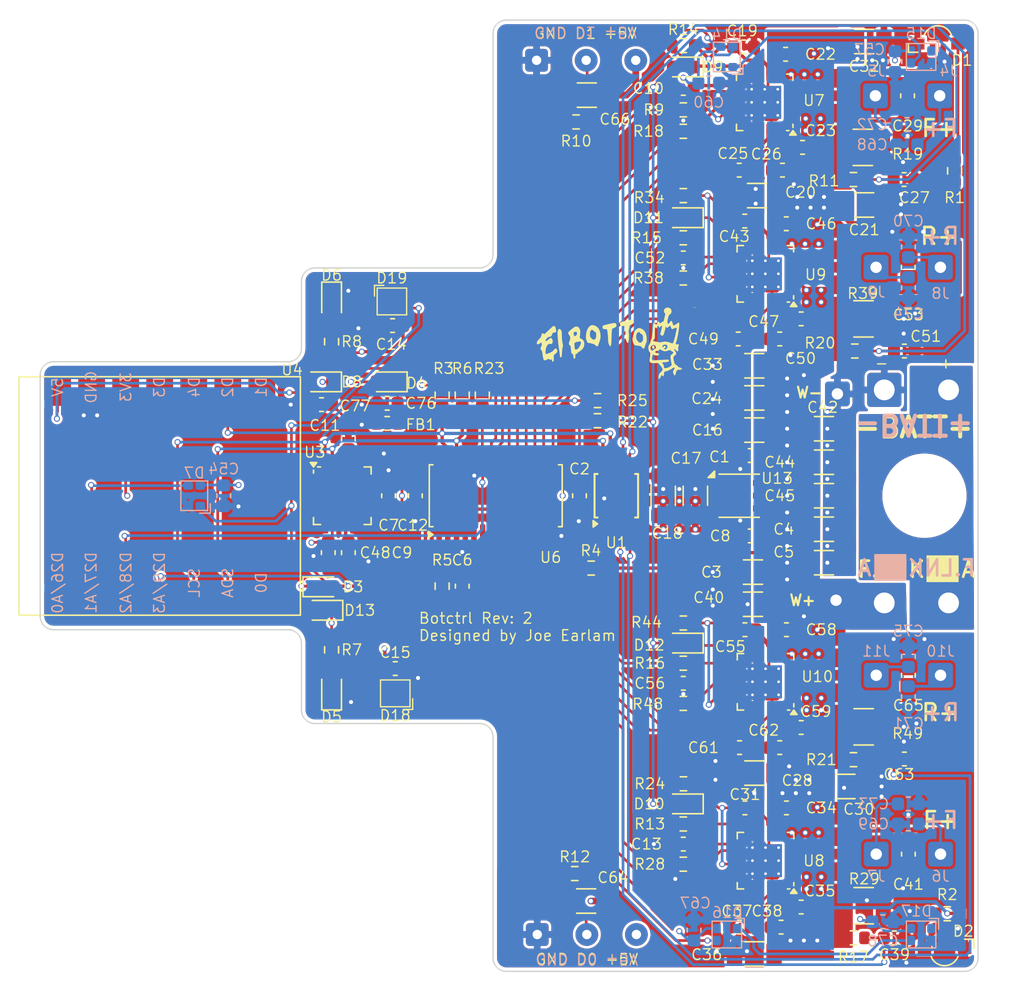
<source format=kicad_pcb>
(kicad_pcb (version 20241229) (generator "pcbnew") (generator_version "9.0")
  (layers (0 "F.Cu" signal) (4 "In1.Cu" signal) (6 "In2.Cu" signal) (2 "B.Cu" signal) (13 "F.Paste" user) (15 "B.Paste" user) (5 "F.SilkS" user "F.Silkscreen") (7 "B.SilkS" user "B.Silkscreen") (1 "F.Mask" user) (3 "B.Mask" user) (25 "Edge.Cuts" user))
  (net 0 "")
  (net 1 "GND")
  (net 2 "+5V")
  (net 3 "+3V3")
  (net 4 "VCC")
  (net 5 "/SCL")
  (net 6 "/CS_FL")
  (net 7 "/CS_RL")
  (net 8 "/CS_FR")
  (net 9 "/CS_RR")
  (net 10 "/D1")
  (net 11 "Net-(U3-REGOUT)")
  (net 12 "Net-(D1-A)")
  (net 13 "/D0")
  (net 14 "Net-(U3-CPOUT)")
  (net 15 "/D29{slash}A3")
  (net 16 "/D2")
  (net 17 "/D4")
  (net 18 "/D27{slash}A1")
  (net 19 "/D28{slash}A2")
  (net 20 "/D3")
  (net 21 "/D26{slash}A0")
  (net 22 "Net-(D2-A)")
  (net 23 "Net-(D4-K)")
  (net 24 "Net-(D5-A)")
  (net 25 "Net-(D6-A)")
  (net 26 "Net-(U7-CPH)")
  (net 27 "Net-(U7-CPL)")
  (net 28 "Net-(U7-VCP)")
  (net 29 "Net-(U8-CPL)")
  (net 30 "Net-(U8-CPH)")
  (net 32 "Net-(U8-VCP)")
  (net 33 "Net-(U9-CPL)")
  (net 34 "Net-(U9-CPH)")
  (net 35 "Net-(U9-VCP)")
  (net 36 "/INA_FL")
  (net 37 "/INA_RL")
  (net 38 "/INB_FR")
  (net 39 "/nSLEEP_RR")
  (net 40 "/INB_RR")
  (net 41 "/INA_RR")
  (net 42 "/INB_FL")
  (net 43 "/nSLEEP_FL")
  (net 44 "/nSLEEP_FR")
  (net 45 "/INB_RL")
  (net 46 "/nSLEEP_RL")
  (net 47 "/INA_FR")
  (net 48 "Net-(U10-CPL)")
  (net 49 "Net-(U10-CPH)")
  (net 50 "Net-(U10-VCP)")
  (net 51 "Net-(J3-Pin_2)")
  (net 52 "Net-(D9-K)")
  (net 53 "Net-(D10-K)")
  (net 54 "Net-(D11-K)")
  (net 55 "Net-(D12-K)")
  (net 82 "/LINK+")
  (net 83 "/nFAULT")
  (net 84 "Net-(U7-TOFF)")
  (net 85 "Net-(U8-TOFF)")
  (net 86 "Net-(U9-TOFF)")
  (net 87 "Net-(U10-TOFF)")
  (net 88 "/DriveFL/DVDD")
  (net 89 "/DriveFL/PGND")
  (net 90 "/DriveFL/OUT1")
  (net 91 "/DriveFL/OUT2")
  (net 92 "/DriveFR/DVDD")
  (net 93 "/DriveFR/PGND")
  (net 94 "/DriveFR/OUT2")
  (net 95 "/DriveFR/OUT1")
  (net 96 "/DriveRL/DVDD")
  (net 97 "/DriveRL/PGND")
  (net 98 "/DriveRL/OUT2")
  (net 99 "/DriveRL/OUT1")
  (net 100 "/DriveRR/DVDD")
  (net 101 "/DriveRR/PGND")
  (net 102 "/DriveRR/OUT2")
  (net 103 "/DriveRR/OUT1")
  (net 104 "Net-(J12-Pin_2)")
  (net 105 "Net-(C10-Pad1)")
  (net 106 "Net-(C13-Pad1)")
  (net 107 "Net-(C52-Pad1)")
  (net 108 "Net-(C56-Pad1)")
  (net 109 "/VREF_FL")
  (net 110 "/VREF_FR")
  (net 111 "/VREF_RL")
  (net 112 "/VREF_RR")
  (net 113 "Net-(D14-DIN)")
  (net 114 "Net-(D14-DOUT)")
  (net 115 "Net-(D16-DOUT)")
  (net 118 "Net-(D18-DIN)")
  (net 119 "Net-(D16-DIN)")
  (net 120 "/SDA")
  (net 122 "Net-(U4-5V)")
  (footprint "Capacitor_SMD:C_1206_3216Metric" (layer "F.Cu") (at 153.5 56.1 180)
    (property "Reference" "C32")
    (property "Value" "10u")
  )
  (footprint "Resistor_SMD:R_0603_1608Metric" (layer "F.Cu") (at 140 67.6)
    (property "Reference" "R34")
    (property "Value" "10K")
  )
  (footprint "Diode_SMD:D_0603_1608Metric" (layer "F.Cu") (at 113.1 96.8)
    (property "Reference" "D3")
    (property "Value" "JB")
  )
  (footprint "Connector_Wire:SolderWire-0.25sqmm_1x01_D0.65mm_OD1.7mm" (layer "F.Cu") (at 154.3875 72.950001 180)
    (property "Reference" "J9")
    (property "Value" "Conn_01x01_Pin")
  )
  (footprint "Package_DFN_QFN:DFN-6-1EP_3x3mm_P0.95mm_EP1.7x2.6mm" (layer "F.Cu") (at 144.175 90)
    (property "Reference" "U13")
    (property "Value" "LDL212PU50R")
  )
  (footprint "Diode_SMD:D_0603_1608Metric" (layer "F.Cu") (at 113 81.5 180)
    (property "Reference" "D8")
    (property "Value" "JB")
  )
  (footprint "Capacitor_SMD:C_0603_1608Metric" (layer "F.Cu") (at 144.1 78.3)
    (property "Reference" "C49")
    (property "Value" "2n2")
  )
  (footprint "Diode_SMD:D_0603_1608Metric" (layer "F.Cu") (at 113.75 75.5375 -90)
    (property "Reference" "D6")
    (property "Value" "GREEN")
  )
  (footprint "Capacitor_SMD:C_0603_1608Metric" (layer "F.Cu") (at 118.5 102.9)
    (property "Reference" "C15")
    (property "Value" "100n")
  )
  (footprint "Resistor_SMD:R_1210_3225Metric" (layer "F.Cu") (at 153.4 64)
    (property "Reference" "R19")
    (property "Value" "0R01")
  )
  (footprint "Capacitor_SMD:C_0603_1608Metric" (layer "F.Cu") (at 156.7875 72.950001 -90)
    (property "Reference" "C53")
    (property "Value" "2n2")
  )
  (footprint "Resistor_SMD:R_0603_1608Metric" (layer "F.Cu") (at 140 114.5 180)
    (property "Reference" "R13")
    (property "Value" "2K2")
  )
  (footprint "Diode_SMD:D_0603_1608Metric" (layer "F.Cu") (at 117.9 81.5 180)
    (property "Reference" "D4")
    (property "Value" "JB")
  )
  (footprint "Capacitor_SMD:C_0603_1608Metric" (layer "F.Cu") (at 115 85.75 -90)
    (property "Reference" "C11")
    (property "Value" "2n2")
  )
  (footprint "Capacitor_SMD:C_0603_1608Metric" (layer "F.Cu") (at 132.25 90 90)
    (property "Reference" "C2")
    (property "Value" "100n")
  )
  (footprint "Connector_Wire:SolderWire-0.25sqmm_1x01_D0.65mm_OD1.7mm" (layer "F.Cu") (at 159.2 103.4)
    (property "Reference" "J10")
    (property "Value" "Conn_01x01_Pin")
  )
  (footprint "Capacitor_SMD:C_0603_1608Metric" (layer "F.Cu") (at 156.5 79.2)
    (property "Reference" "C51")
    (property "Value" "470n")
  )
  (footprint "Connector_Wire:SolderWire-0.75sqmm_1x02_P4.8mm_D1.25mm_OD2.3mm" (layer "F.Cu") (at 155 82.1)
    (property "Reference" "J1" (hide yes))
    (property "Value" "Conn_02x01")
  )
  (footprint "Capacitor_SMD:C_1206_3216Metric" (layer "F.Cu") (at 150.5 95 180)
    (property "Reference" "C5")
    (property "Value" "10u")
  )
  (footprint "Connector_Wire:SolderWire-0.25sqmm_1x01_D0.65mm_OD1.7mm" (layer "F.Cu") (at 159.2 116.750001)
    (property "Reference" "J6")
    (property "Value" "Conn_01x01_Pin")
  )
  (footprint "Capacitor_SMD:C_0603_1608Metric" (layer "F.Cu") (at 113.5 94.25 90)
    (property "Reference" "C48")
    (property "Value" "100n")
  )
  (footprint "Capacitor_SMD:C_0603_1608Metric" (layer "F.Cu") (at 117.9 83.1)
    (property "Reference" "C76")
    (property "Value" "2n2")
  )
  (footprint "Resistor_SMD:R_1210_3225Metric" (layer "F.Cu") (at 153.45 76.8)
    (property "Reference" "R39")
    (property "Value" "0R01")
  )
  (footprint "Package_DFN_QFN:VQFN-24-1EP_4x4mm_P0.5mm_EP2.45x2.45mm_ThermalVias" (layer "F.Cu") (at 146.1375 103.8875 180)
    (property "Reference" "U10")
    (property "Value" "DRV8256PRGER")
  )
  (footprint "Capacitor_SMD:C_1206_3216Metric" (layer "F.Cu") (at 145.3 85.1)
    (property "Reference" "C16")
    (property "Value" "10u")
  )
  (footprint "Capacitor_SMD:C_1206_3216Metric" (layer "F.Cu") (at 145.2 98.1)
    (property "Reference" "C40")
    (property "Value" "10u")
  )
  (footprint "Connector_Wire:SolderWire-0.75sqmm_1x02_P4.8mm_D1.25mm_OD2.3mm" (layer "F.Cu") (at 155 98)
    (property "Reference" "J2" (hide yes))
    (property "Value" "Conn_02x01")
  )
  (footprint "custom:WS2812-0807" (layer "F.Cu") (at 118.5 104.75 180)
    (property "Reference" "D18")
    (property "Value" "WS2812B-0807" (hide yes))
  )
  (footprint "Capacitor_SMD:C_1206_3216Metric" (layer "F.Cu") (at 150.5 90 180)
    (property "Reference" "C45")
    (property "Value" "10u")
  )
  (footprint "Capacitor_SMD:C_0603_1608Metric" (layer "F.Cu") (at 147.2 108.8 180)
    (property "Reference" "C62")
    (property "Value" "220n")
  )
  (footprint "Connector_Wire:SolderWire-0.25sqmm_1x01_D0.65mm_OD1.7mm" (layer "F.Cu") (at 159.1875 72.950001)
    (property "Reference" "J8")
    (property "Value" "Conn_01x01_Pin")
  )
  (footprint "Capacitor_SMD:C_0603_1608Metric" (layer "F.Cu") (at 118 90 -90)
    (property "Reference" "C7")
    (property "Value" "100n")
  )
  (footprint "Capacitor_SMD:C_0603_1608Metric" (layer "F.Cu") (at 147.6375 57.05)
    (property "Reference" "C22")
    (property "Value" "100n")
  )
  (footprint "Package_DFN_QFN:VQFN-24-1EP_4x4mm_P0.5mm_EP2.45x2.45mm_ThermalVias" (layer "F.Cu") (at 146.125 73.437501 180)
    (property "Reference" "U9")
    (property "Value" "DRV8256PRGER")
  )
  (footprint "Connector_Wire:SolderWire-0.127sqmm_1x03_P3.7mm_D0.48mm_OD1mm" (layer "F.Cu") (at 129.05 57.5)
    (property "Reference" "J3" (hide yes))
    (property "Value" "Conn_01x03_Pin")
  )
  (footprint "Resistor_SMD:R_0603_1608Metric" (layer "F.Cu") (at 140 105.5)
    (property "Reference" "R48")
    (property "Value" "NF")
  )
  (footprint "Resistor_SMD:R_1210_3225Metric" (layer "F.Cu") (at 153.4625 107.249999)
    (property "Reference" "R49")
    (property "Value" "0R01")
  )
  (footprint "Resistor_SMD:R_0603_1608Metric" (layer "F.Cu") (at 133.6 84.4 180)
    (property "Reference" "R22")
    (property "Value" "10K")
  )
  (footprint "Capacitor_SMD:C_1206_3216Metric" (layer "F.Cu") (at 153.5 68.3 180)
    (property "Reference" "C21")
    (property "Value" "10u")
  )
  (footprint "Resistor_SMD:R_0603_1608Metric" (layer "F.Cu") (at 152.7 66.4 180)
    (property "Reference" "R11")
    (property "Value" "2K2")
  )
  (footprint "Capacitor_SMD:C_0603_1608Metric" (layer "F.Cu") (at 120 90 -90)
    (property "Reference" "C12")
    (property "Value" "100n")
  )
  (footprint "Resistor_SMD:R_0603_1608Metric" (layer "F.Cu") (at 131.9 118.2 180)
    (property "Reference" "R12")
    (property "Value" "2K2")
  )
  (footprint "Sensor_Motion:InvenSense_QFN-24_4x4mm_P0.5mm" (layer "F.Cu") (at 114.55 90)
    (property "Reference" "U3")
    (property "Value" "MPU-6050")
  )
  (footprint "LED_SMD:LED_Kingbright_APFA3010_3x1.5mm_Horizontal" (layer "F.Cu") (at 159 56.25)
    (property "Reference" "D1")
    (property "Value" "RED")
  )
  (footprint "Resistor_SMD:R_0603_1608Metric" (layer "F.Cu") (at 140.0125 111.5)
    (property "Reference" "R24")
    (property "Value" "10K")
  )
  (footprint "Resistor_SMD:R_0603_1608Metric" (layer "F.Cu") (at 140 70.75 180)
    (property "Reference" "R15")
    (property "Value" "2K2")
  )
  (footprint "Capacitor_SMD:C_1206_3216Metric" (layer "F.Cu") (at 145.3 82.7)
    (property "Reference" "C24")
    (property "Value" "10u")
  )
  (footprint "Capacitor_SMD:C_1206_3216Metric" (layer "F.Cu") (at 145.3 124.2)
    (property "Reference" "C36")
    (property "Value" "10u")
  )
  (footprint "Resistor_SMD:R_0603_1608Metric" (layer "F.Cu") (at 159.7 121.2)
    (property "Reference" "R2")
    (property "Value" "560R")
  )
  (footprint "Capacitor_SMD:C_0603_1608Metric" (layer "F.Cu") (at 156.7375 60.15 -90)
    (property "Reference" "C29")
    (property "Value" "2n2")
  )
  (footprint "Diode_SMD:D_0603_1608Metric" (layer "F.Cu") (at 113.75 104.5 90)
    (property "Reference" "D5")
    (property "Value" "RED")
  )
  (footprint "Resistor_SMD:R_0603_1608Metric" (layer "F.Cu") (at 133.6 82.9 180)
    (property "Reference" "R25")
    (property "Value" "0R")
  )
  (footprint "Capacitor_SMD:C_0603_1608Metric" (layer "F.Cu") (at 145 93)
    (property "Reference" "C8")
    (property "Value" "2n2")
  )
  (footprint "Resistor_SMD:R_1210_3225Metric" (layer "F.Cu") (at 153.4625 120.6)
    (property "Reference" "R29")
    (property "Value" "0R01")
  )
  (footprint "Capacitor_SMD:C_0603_1608Metric" (layer "F.Cu") (at 140 116 180)
    (property "Reference" "C13")
    (property "Value" "470n")
  )
  (footprint "Connector_Wire:SolderWire-0.25sqmm_1x01_D0.65mm_OD1.7mm" (layer "F.Cu") (at 159.1375 60.15)
    (property "Reference" "J4")
    (property "Value" "Conn_01x01_Pin")
  )
  (footprint "Resistor_SMD:R_0603_1608Metric" (layer "F.Cu") (at 152.7 123 180)
    (property "Reference" "R17")
    (property "Value" "2K2")
  )
  (footprint "Diode_SMD:D_0603_1608Metric" (layer "F.Cu") (at 140 69.25 180)
    (property "Reference" "D11")
    (property "Value" "JB")
  )
  (footprint "Capacitor_SMD:C_0603_1608Metric" (layer "F.Cu") (at 144.175 65.7)
    (property "Reference" "C25")
    (property "Value" "2n2")
  )
  (footprint "Resistor_SMD:R_0603_1608Metric" (layer "F.Cu") (at 123.5 82.5 90)
    (property "Reference" "R6")
    (property "Value" "2K2")
  )
  (footprint "Package_DFN_QFN:VQFN-24-1EP_4x4mm_P0.5mm_EP2.45x2.45mm_ThermalVias" (layer "F.Cu") (at 146.075 60.6375 180)
    (property "Reference" "U7")
    (property "Value" "DRV8256PRGER")
  )
  (footprint "Capacitor_SMD:C_0603_1608Metric" (layer "F.Cu") (at 123.5 96.75 90)
    (property "Reference" "C6")
    (property "Value" "100n")
  )
  (footprint "Diode_SMD:D_0603_1608Metric" (layer "F.Cu") (at 113.1 98.55 180)
    (property "Reference" "D13")
    (property "Value" "JB")
  )
  (footprint "Inductor_SMD:L_0603_1608Metric" (layer "F.Cu") (at 117.9 84.6)
    (property "Reference" "FB1")
    (property "Value" "IDK")
  )
  (footprint "Resistor_SMD:R_0603_1608Metric" (layer "F.Cu") (at 140 117.5)
    (property "Reference" "R28")
    (property "Value" "NF")
  )
  (footprint "Resistor_SMD:R_0603_1608Metric" (layer "F.Cu") (at 160.25 65.75 -90)
    (property "Reference" "R1")
    (property "Value" "560R")
  )
  (footprint "Resistor_SMD:R_0603_1608Metric" (layer "F.Cu") (at 125 82.5 90)
    (property "Reference" "R23")
    (property "Value" "10K")
  )
  (footprint "Capacitor_SMD:C_1206_3216Metric" (layer "F.Cu") (at 152.1 111.7 180)
    (property "Reference" "C30")
    (property "Value" "10u")
  )
  (footprint "Connector_Wire:SolderWire-0.25sqmm_1x01_D0.65mm_OD1.7mm" (layer "F.Cu") (at 154.4 116.750001 180)
    (property "Reference" "J7")
    (property "Value" "Conn_01x01_Pin")
  )
  (footprint "Capacitor_SMD:C_0603_1608Metric" (layer "F.Cu") (at 147.699999 113.3)
    (property "Reference" "C34")
    (property "Value" "100n")
  )
  (footprint "Capacitor_SMD:C_1206_3216Metric" (layer "F.Cu") (at 150.5 87.5 180)
    (property "Reference" "C44")
    (property "Value" "10u")
  )
  (footprint "Capacitor_SMD:C_1206_3216Metric" (layer "F.Cu") (at 132.75 120.25)
    (property "Reference" "C64")
    (property "Value" "10u")
  )
  (footprint "Capacitor_SMD:C_0603_1608Metric" (layer "F.Cu") (at 148.8 76.8)
    (property "Reference" "C47")
    (property "Value" "100n")
  )
  (footprint "Capacitor_SMD:C_1206_3216Metric" (layer "F.Cu") (at 145.3 110.7)
    (property "Reference" "C28")
    (property "Value" "10u")
  )
  (footprint "Capacitor_SMD:C_0603_1608Metric" (layer "F.Cu") (at 148.8 107.3)
    (property "Reference" "C59")
    (property "Value" "100n")
  )
  (footprint "Capacitor_SMD:C_1206_3216Metric" (layer "F.Cu") (at 138.5 90 -90)
    (property "Reference" "C18")
    (property "Value" "10u")
  )
  (footprint "Capacitor_SMD:C_0603_1608Metric" (layer "F.Cu") (at 155.75 123)
    (property "Reference" "C39")
    (property "Value" "470n")
  )
  (footprint "Package_SO:TSSOP-28_4.4x9.7mm_P0.65mm" (layer "F.Cu") (at 126 90 90)
    (property "Reference" "U6")
    (property "Value" "PCA9685PW")
  )
  (footprint "Diode_SMD:D_0603_1608Metric" (layer "F.Cu") (at 140 58 180)
    (property "Reference" "D9")
    (property "Value" "JB")
  )
  (footprint "Connector_Wire:SolderWire-0.25sqmm_1x01_D0.65mm_OD1.7mm" (layer "F.Cu") (at 154.3375 60.15 180)
    (property "Reference" "J5")
    (property "Value" "Conn_01x01_Pin")
  )
  (footprint "Capacitor_SMD:C_1206_3216Metric" (layer "F.Cu") (at 132.8 60.1)
    (property "Reference" "C66")
    (property "Value" "10u")
  )
  (footprint "Capacitor_SMD:C_0603_1608Metric" (layer "F.Cu") (at 115 94.25 90)
    (property "Reference" "C9")
    (property "Value" "100n")
  )
  (footprint "Resistor_SMD:R_0603_1608Metric" (layer "F.Cu") (at 133.125 95.4)
    (property "Reference" "R4")
    (property "Value" "10K")
  )
  (footprint "Resistor_SMD:R_0603_1608Metric" (layer "F.Cu") (at 152.8 79.2 180)
    (property "Reference" "R20")
    (property "Value" "2K2")
  )
  (footprint "Package_SO:TSSOP-10_3x3mm_P0.5mm" (layer "F.Cu") (at 135 90 90)
    (property "Reference" "U1")
    (property "Value" "ADS1115IDGS")
  )
  (footprint "Resistor_SMD:R_0603_1608Metric" (layer "F.Cu") (at 122 82.5 90)
    (property "Reference" "R3")
    (property "Value" "2K2")
  )
  (footprint "Capacitor_SMD:C_0603_1608Metric" (layer "F.Cu") (at 156.8 103.4 -90)
    (property "Reference" "C65")
    (property "Value" "2n2")
  )
  (footprint "Capacitor_SMD:C_1206_3216Metric" (layer "F.Cu") (at 150.5 92.5 180)
    (property "Reference" "C4")
    (property "Value" "10u")
  )
  (footprint "Resistor_SMD:R_0603_1608Metric" (layer "F.Cu") (at 140 99.5)
    (property "Reference" "R44")
    (property "Value" "10K")
  )
  (footprint "custom:el-botto" (layer "F.Cu") (at 134.9 79.2)
    (property "Reference" "FID1" (hide yes))
    (property "Value" "Fiducial" (hide yes))
  )
  (footprint "Resistor_SMD:R_0603_1608Metric" (layer "F.Cu") (at 140 62.8)
    (property "Reference" "R18")
    (property "Value" "NF")
  )
  (footprint "Connector_Wire:SolderWire-0.25sqmm_1x01_D0.65mm_OD1.7mm" (layer "F.Cu") (at 154.4 103.4 180)
    (property "Reference" "J11")
    (property "Value" "Conn_01x01_Pin")
  )
  (footprint "Capacitor_SMD:C_0603_1608Metric" (layer "F.Cu") (at 148.9 64)
    (property "Reference" "C23")
    (property "Value" "100n")
  )
  (footprint "Capacitor_SMD:C_0603_1608Metric" (layer "F.Cu") (at 147.4 65.7 180)
    (property "Reference" "C26")
    (property "Value" "220n")
  )
  (footprint "Capacitor_SMD:C_0603_1608Metric" (layer "F.Cu") (at 144.5 56.5)
    (property "Reference" "C19")
    (property "Value" "470n")
  )
  (footprint "Capacitor_SMD:C_0603_1608Metric" (layer "F.Cu") (at 144.5875 69.5)
    (property "Reference" "C43")
    (property "Value" "470n")
  )
  (footprint "XIAO_PCB:MOUDLE14P-SMD-2.54-21X17.8MM" (layer "F.Cu") (at 111.42 98.9175 90)
    (property "Reference" "U4")
    (property "Value" "MOUDLE-SEEEDUINO-XIAO")
  )
  (footprint "Capacitor_SMD:C_1206_3216Metric" (layer "F.Cu") (at 145.3 80.3)
    (property "Reference" "C33")
    (property "Value" "10u")
  )
  (footprint "Capacitor_SMD:C_0603_1608Metric" (layer "F.Cu") (at 118.3 77.3 180)
    (property "Reference" "C14")
    (property "Value" "100n")
  )
  (footprint "Capacitor_SMD:C_0603_1608Metric" (layer "F.Cu") (at 148.8 120.7)
    (property "Reference" "C35")
    (property "Value" "100n")
  )
  (footprint "Capacitor_SMD:C_0603_1608Metric" (layer "F.Cu") (at 147.2 78.3 180)
    (property "Reference" "C50")
    (property "Value" "220n")
  )
  (footprint "Capacitor_SMD:C_0603_1608Metric" (layer "F.Cu") (at 145 87)
    (property "Reference" "C1")
    (property "Value" "2n2")
  )
  (footprint "Capacitor_SMD:C_0603_1608Metric" (layer "F.Cu") (at 113 83.2)
    (property "Reference" "C77")
    (property "Value" "100n")
  )
  (footprint "Resistor_SMD:R_0603_1608Metric" (layer "F.Cu") (at 113.75 78.5 -90)
    (property "Reference" "R8")
    (property "Value" "560R")
  )
  (footprint "Capacitor_SMD:C_0603_1608Metric" (layer "F.Cu") (at 144.2 122.2)
    (property "Reference" "C37")
    (property "Value" "2n2")
  )
  (footprint "Capacitor_SMD:C_1206_3216Metric" (layer "F.Cu") (at 140.9 90 -90)
    (property "Reference" "C17")
    (property "Value" "10u")
  )
  (footprint "Capacitor_SMD:C_0603_1608Metric" (layer "F.Cu") (at 140 72.25 180)
    (property "Reference" "C52")
    (property "Value" "470n")
  )
  (footprint "Capacitor_SMD:C_1206_3216Metric" (layer "F.Cu") (at 145.2 95.7)
    (property "Reference" "C3")
    (property "Value" "10u")
  )
  (footprint "Capacitor_SMD:C_0603_1608Metric" (layer "F.Cu") (at 144.6 100)
    (property "Reference" "C55")
    (property "Value" "470n")
  )
  (footprint "Capacitor_SMD:C_0603_1608Metric" (layer "F.Cu") (at 156.8 116.750001 -90)
    (property "Reference" "C41")
    (property "Value" "2n2")
  )
  (footprint "Resistor_SMD:R_0603_1608Metric" (layer "F.Cu") (at 140 61.2 180)
    (property "Reference" "R9")
    (property "Value" "2K2")
  )
  (footprint "Capacitor_SMD:C_0603_1608Metric" (layer "F.Cu") (at 140 59.6 180)
    (property "Reference" "C10")
    (property "Value" "470n")
  )
  (footprint "MountingHole:MountingHole_4.3mm_M4_DIN965" (layer "F.Cu") (at 158 90)
    (property "Reference" "H1" (hide yes))
    (property "Value" "MountingHole")
  )
  (footprint "Capacitor_SMD:C_0603_1608Metric" (layer "F.Cu") (at 144.6 113.3)
    (property "Reference" "C31")
    (property "Value" "470n")
  )
  (footprint "Capacitor_SMD:C_0603_1608Metric" (layer "F.Cu") (at 144.2 108.8)
    (property "Reference" "C61")
    (property "Value" "2n2")
  )
  (footprint "Capacitor_SMD:C_1206_3216Metric" (layer "F.Cu") (at 145.5 67.6)
    (property "Reference" "C20")
    (property "Value" "10u")
  )
  (footprint "Capacitor_SMD:C_0603_1608Metric" (layer "F.Cu") (at 140 104 180)
    (property "Reference" "C56")
    (property "Value" "470n")
  )
  (footprint "Capacitor_SMD:C_0603_1608Metric" (layer "F.Cu") (at 147.3 122.2 180)
    (property "Reference" "C38")
    (property "Value" "220n")
  )
  (footprint "Resistor_SMD:R_0603_1608Metric" (layer "F.Cu") (at 113.75 101.5 90)
    (property "Reference" "R7")
    (property "Value" "330R")
  )
  (footprint "Capacitor_SMD:C_0603_1608Metric" (layer "F.Cu") (at 156.5 109.649999)
    (property "Reference" "C63")
    (property "Value" "470n")
  )
  (footprint "LED_SMD:LED_Kingbright_APFA3010_3x1.5mm_Horizontal" (layer "F.Cu") (at 159.5 123.75 180)
    (property "Reference" "D2")
    (property "Value" "RED")
  )
  (footprint "Capacitor_SMD:C_0603_1608Metric" (layer "F.Cu") (at 147.699999 100)
    (property "Reference" "C58")
    (property "Value" "100n")
  )
  (footprint "Diode_SMD:D_0603_1608Metric" (layer "F.Cu") (at 140 113.000002 180)
    (property "Reference" "D10")
    (property "Value" "JB")
  )
  (footprint "Resistor_SMD:R_0603_1608Metric" (layer "F.Cu") (at 140 56.4)
    (property "Reference" "R14")
    (property "Value" "10K")
  )
  (footprint "Connector_Wire:SolderWire-0.127sqmm_1x03_P3.7mm_D0.48mm_OD1mm" (layer "F.Cu") (at 129.1 122.75)
    (property "Reference" "J12" (hide yes))
    (property "Value" "Conn_01x03_Pin")
  )
  (footprint "Capacitor_SMD:C_1206_3216Metric" (layer "F.Cu") (at 150.5 85 180)
    (property "Reference" "C42")
    (property "Value" "10u")
  )
  (footprint "Resistor_SMD:R_0603_1608Metric" (layer "F.Cu") (at 140 73.75)
    (property "Reference" "R38")
    (property "Value" "NF")
  )
  (footprint "Resistor_SMD:R_0603_1608Metric" (layer "F.Cu") (at 140 102.5 180)
    (property "Reference" "R16")
    (property "Value" "2K2")
  )
  (footprint "Capacitor_SMD:C_0603_1608Metric" (layer "F.Cu") (at 147.687499 69.7)
    (property "Reference" "C46")
    (property "Value" "100n")
  )
  (footprint "Package_DFN_QFN:VQFN-24-1EP_4x4mm_P0.5mm_EP2.45x2.45mm_ThermalVias" (layer "F.Cu") (at 146.1375 117.237501 180)
    (property "Reference" "U8")
    (property "Value" "DRV8256PRGER")
  )
  (footprint "Resistor_SMD:R_0603_1608Metric" (layer "F.Cu") (at 132 62.1 180)
    (property "Reference" "R10")
    (property "Value" "2K2")
  )
  (footprint "Resistor_SMD:R_0603_1608Metric" (layer "F.Cu") (at 122 96.75 90)
    (property "Reference" "R5")
    (property "Value" "2K2")
  )
  (footprint "Connector_Wire:SolderWire-0.25sqmm_1x01_D0.65mm_OD1.7mm" (layer "F.Cu") (at 151.5 82.4)
    (property "Reference" "J14" (hide yes))
    (property "Value" "Conn_01x01_Pin")
  )
  (footprint "Capacitor_SMD:C_0603_1608Metric" (layer "F.Cu") (at 156.475 66.4)
    (property "Reference" "C27")
    (property "Value" "470n")
  )
  (footprint "Resistor_SMD:R_0603_1608Metric" (layer "F.Cu") (at 152.7 109.7 180)
    (property "Reference" "R21")
    (property "Value" "2K2")
  )
  (footprint "custom:WS2812-0807" (layer "F.Cu") (at 118.25 75.5)
    (property "Reference" "D19")
    (property "Value" "WS2812B-0807" (hide yes))
  )
  (footprint "Diode_SMD:D_0603_1608Metric" (layer "F.Cu") (at 140 101 180)
    (property "Reference" "D12")
    (property "Value" "JB")
  )
  (footprint "Connector_Wire:SolderWire-0.25sqmm_1x01_D0.65mm_OD1.7mm" (layer "F.Cu") (at 151.4 97.8)
    (property "Reference" "J13" (hide yes))
    (property "Value" "Conn_01x01_Pin")
  )
  (footprint "custom:WS2812-0807" (layer "B.Cu") (at 143.25 57.25 90)
    (property "Reference" "D14")
    (property "Value" "WS2812B-0807" (hide yes))
  )
  (footprint "Capacitor_SMD:C_0603_1608Metric" (layer "B.Cu") (at 156.8 113 180)
    (property "Reference" "C73")
    (property "Value" "2n2")
  )
  (footprint "Capacitor_SMD:C_0603_1608Metric" (layer "B.Cu") (at 156.8 102 -90)
    (property "Reference" "C75")
    (property "Value" "2n2")
  )
  (footprint "Capacitor_SMD:C_0603_1608Metric" (layer "B.Cu") (at 156.8 71.425 -90)
    (property "Reference" "C70")
    (property "Value" "2n2")
  )
  (footprint "Capacitor_SMD:C_0603_1608Metric" (layer "B.Cu") (at 156.8 105 90)
    (property "Reference" "C71")
    (property "Value" "2n2")
  )
  (footprint "custom:WS2812-0807" (layer "B.Cu") (at 143.25 122.75 180)
    (property "Reference" "D16")
    (property "Value" "WS2812B-0807" (hide yes))
  )
  (footprint "Capacitor_SMD:C_0603_1608Metric" (layer "B.Cu") (at 140.8 122.425 90)
    (property "Reference" "C67")
    (property "Value" "100n")
  )
  (footprint "Capacitor_SMD:C_0603_1608Metric" (layer "B.Cu") (at 155.8 57.6 -90)
    (property "Reference" "C57")
    (property "Value" "100n")
  )
  (footprint "custom:WS2812-0807" (layer "B.Cu") (at 157.75 57.25 180)
    (property "Reference" "D15")
    (property "Value" "WS2812B-0807" (hide yes))
  )
  (footprint "custom:WS2812-0807" (layer "B.Cu") (at 157.75 122.75 180)
    (property "Reference" "D17")
    (property "Value" "WS2812B-0807" (hide yes))
  )
  (footprint "Capacitor_SMD:C_0603_1608Metric" (layer "B.Cu") (at 154.9 121.8)
    (property "Reference" "C78")
    (property "Value" "100n")
  )
  (footprint "Capacitor_SMD:C_0603_1608Metric" (layer "B.Cu") (at 105.7 90 -90)
    (property "Reference" "C54")
    (property "Value" "100n")
  )
  (footprint "Capacitor_SMD:C_0603_1608Metric" (layer "B.Cu") (at 156.8 114.5)
    (property "Reference" "C69")
    (property "Value" "2n2")
  )
  (footprint "Capacitor_SMD:C_0603_1608Metric" (layer "B.Cu") (at 156.7 63.8)
    (property "Reference" "C68")
    (property "Value" "2n2")
  )
  (footprint "Capacitor_SMD:C_0603_1608Metric" (layer "B.Cu") (at 156.7 62.3 180)
    (property "Reference" "C72")
    (property "Value" "2n2")
  )
  (footprint "custom:WS2812-0807" (layer "B.Cu") (at 103.5 90 90)
    (property "Reference" "D7")
    (property "Value" "WS2812B-0807" (hide yes))
  )
  (footprint "Capacitor_SMD:C_0603_1608Metric" (layer "B.Cu") (at 141.9 59.2)
    (property "Reference" "C60")
    (property "Value" "100n")
  )
  (footprint "Capacitor_SMD:C_0603_1608Metric" (layer "B.Cu") (at 156.8 74.475 90)
    (property "Reference" "C74")
    (property "Value" "2n2")
  )
  (gr_rect (start 158.2 94.5) (end 160.5 96.4) (stroke (width 0.1)) (fill yes) (layer "F.SilkS"))
  (gr_rect (start 154.3 94.4) (end 156.6 96.3) (stroke (width 0.1)) (fill yes) (layer "B.SilkS"))
  (gr_line (start 125.8 108) (end 125.8 124.5) (stroke (width 0.1)) (layer "Edge.Cuts"))
  (gr_line (start 111.5 101) (end 111.5 106) (stroke (width 0.1)) (layer "Edge.Cuts"))
  (gr_line (start 111.5 79) (end 111.5 74) (stroke (width 0.1)) (layer "Edge.Cuts"))
  (gr_line (start 162 124.5) (end 162 55.5) (stroke (width 0.1)) (layer "Edge.Cuts"))
  (gr_arc (start 162 124.5) (mid 161.707107 125.207107) (end 161 125.5) (stroke (width 0.1)) (layer "Edge.Cuts"))
  (gr_line (start 92 99) (end 92 81) (stroke (width 0.1)) (layer "Edge.Cuts"))
  (gr_arc (start 126.8 125.5) (mid 126.092893 125.207107) (end 125.8 124.5) (stroke (width 0.1)) (layer "Edge.Cuts"))
  (gr_line (start 112.5 73) (end 124.8 73) (stroke (width 0.1)) (layer "Edge.Cuts"))
  (gr_arc (start 112.5 107) (mid 111.792893 106.707107) (end 111.5 106) (stroke (width 0.1)) (layer "Edge.Cuts"))
  (gr_line (start 112.5 107) (end 124.8 107) (stroke (width 0.1)) (layer "Edge.Cuts"))
  (gr_arc (start 93 100) (mid 92.292893 99.707107) (end 92 99) (stroke (width 0.1)) (layer "Edge.Cuts"))
  (gr_arc (start 111.5 74) (mid 111.792893 73.292893) (end 112.5 73) (stroke (width 0.1)) (layer "Edge.Cuts"))
  (gr_arc (start 124.8 107) (mid 125.507107 107.292893) (end 125.8 108) (stroke (width 0.1)) (layer "Edge.Cuts"))
  (gr_arc (start 110.5 100) (mid 111.207107 100.292893) (end 111.5 101) (stroke (width 0.1)) (layer "Edge.Cuts"))
  (gr_arc (start 125.8 72) (mid 125.507107 72.707107) (end 124.8 73) (stroke (width 0.1)) (layer "Edge.Cuts"))
  (gr_line (start 126.8 54.5) (end 161 54.5) (stroke (width 0.1)) (layer "Edge.Cuts"))
  (gr_line (start 125.8 55.5) (end 125.8 72) (stroke (width 0.1)) (layer "Edge.Cuts"))
  (gr_arc (start 161 54.5) (mid 161.707107 54.792893) (end 162 55.5) (stroke (width 0.1)) (layer "Edge.Cuts"))
  (gr_arc (start 125.8 55.5) (mid 126.092893 54.792893) (end 126.8 54.5) (stroke (width 0.1)) (layer "Edge.Cuts"))
  (gr_arc (start 111.5 79) (mid 111.207107 79.707107) (end 110.5 80) (stroke (width 0.1)) (layer "Edge.Cuts"))
  (gr_line (start 93 100) (end 110.5 100) (stroke (width 0.1)) (layer "Edge.Cuts"))
  (gr_line (start 161 125.5) (end 126.8 125.5) (stroke (width 0.1)) (layer "Edge.Cuts"))
  (gr_line (start 93 80) (end 110.5 80) (stroke (width 0.1)) (layer "Edge.Cuts"))
  (gr_arc (start 92 81) (mid 92.292893 80.292893) (end 93 80) (stroke (width 0.1)) (layer "Edge.Cuts"))
  (gr_text "GND D1 +5V" (at 132.7 55.5 0) (layer "F.SilkS") (effects (font (size 0.8 0.8) (thickness 0.1))))
  (gr_text "R+\n\n\n\nF+" (at 159.2 110.2 0) (layer "F.SilkS") (effects (font (size 1.25 1.25) (thickness 0.2))))
  (gr_text "Botctrl Rev: 2\nDesigned by Joe Earlam" (at 120.2 100.9 0) (layer "F.SilkS") (effects (font (size 0.8 0.8) (thickness 0.1)) (justify left bottom)))
  (gr_text "F.LNK   A" (at 157.4 95.5 0) (layer "F.SilkS") (effects (font (size 1.2 1.2) (thickness 0.2) (bold yes))))
  (gr_text "GND D0 +5V" (at 132.8 124.6 0) (layer "F.SilkS") (effects (font (size 0.8 0.8) (thickness 0.1))))
  (gr_text "-\n" (at 154.8 80.1 0) (layer "F.SilkS") (effects (font (size 0.8 0.8) (thickness 0.1))))
  (gr_text "F+\n\n\n\nR+" (at 159.1 66.6 -0) (layer "F.SilkS") (effects (font (size 1.25 1.25) (thickness 0.2))))
  (gr_text "-BATT+" (at 157.2 84.9 0) (layer "F.SilkS") (effects (font (size 1.5 1.5) (thickness 0.3) (bold yes))))
  (gr_text "+" (at 159.6 80.1 0) (layer "F.SilkS") (effects (font (size 0.8 0.8) (thickness 0.1))))
  (gr_text "W+" (at 148.9 97.8 0) (layer "F.SilkS") (effects (font (size 0.8 0.8) (thickness 0.16) (bold yes))))
  (gr_text "W-" (at 149.4 82.3 0) (layer "F.SilkS") (effects (font (size 0.8 0.8) (thickness 0.16) (bold yes))))
  (gr_text "D28/A2" (at 98.4 96.5 90) (layer "B.SilkS") (effects (font (size 0.8 0.8) (thickness 0.1)) (justify mirror)))
  (gr_text "5V" (at 93.3 81.9 90) (layer "B.SilkS") (effects (font (size 0.8 0.8) (thickness 0.1)) (justify mirror)))
  (gr_text "D1" (at 108.5 81.9 90) (layer "B.SilkS") (effects (font (size 0.8 0.8) (thickness 0.1)) (justify mirror)))
  (gr_text "-BATT+" (at 157.2 84.7 180) (layer "B.SilkS") (effects (font (size 1.5 1.5) (thickness 0.3) (bold yes)) (justify mirror)))
  (gr_text "R+\n\n\n\nF+" (at 159.2 110.2 -0) (layer "B.SilkS") (effects (font (size 1.25 1.25) (thickness 0.2)) (justify mirror)))
  (gr_text "D0" (at 108.5 96.5 90) (layer "B.SilkS") (effects (font (size 0.8 0.8) (thickness 0.1)) (justify mirror)))
  (gr_text "D29/A3" (at 100.9 96.5 90) (layer "B.SilkS") (effects (font (size 0.8 0.8) (thickness 0.1)) (justify mirror)))
  (gr_text "D4" (at 103.5 81.9 90) (layer "B.SilkS") (effects (font (size 0.8 0.8) (thickness 0.1)) (justify mirror)))
  (gr_text "F.LNK   A" (at 157.4 95.4 -0) (layer "B.SilkS") (effects (font (size 1.2 1.2) (thickness 0.2) (bold yes)) (justify mirror)))
  (gr_text "SCL" (at 103.5 96.5 90) (layer "B.SilkS") (effects (font (size 0.8 0.8) (thickness 0.1)) (justify mirror)))
  (gr_text "D3" (at 100.9 81.9 90) (layer "B.SilkS") (effects (font (size 0.8 0.8) (thickness 0.1)) (justify mirror)))
  (gr_text "F+\n\n\n\nR+" (at 159.1875 66.6 0) (layer "B.SilkS") (effects (font (size 1.25 1.25) (thickness 0.2)) (justify mirror)))
  (gr_text "D26/A0" (at 93.3 96.5 90) (layer "B.SilkS") (effects (font (size 0.8 0.8) (thickness 0.1)) (justify mirror)))
  (gr_text "GND D0 +5V" (at 132.8 124.6 180) (layer "B.SilkS") (effects (font (size 0.8 0.8) (thickness 0.1)) (justify mirror)))
  (gr_text "GND D1 +5V" (at 132.7 55.4 180) (layer "B.SilkS") (effects (font (size 0.8 0.8) (thickness 0.1)) (justify mirror)))
  (gr_text "D2" (at 106 81.9 90) (layer "B.SilkS") (effects (font (size 0.8 0.8) (thickness 0.1)) (justify mirror)))
  (gr_text "SDA" (at 106 96.5 90) (layer "B.SilkS") (effects (font (size 0.8 0.8) (thickness 0.1)) (justify mirror)))
  (gr_text "D27/A1" (at 95.8 96.5 90) (layer "B.SilkS") (effects (font (size 0.8 0.8) (thickness 0.1)) (justify mirror)))
  (gr_text "GND" (at 95.8 81.9 90) (layer "B.SilkS") (effects (font (size 0.8 0.8) (thickness 0.1)) (justify mirror)))
  (gr_text "3V3" (at 98.4 81.9 90) (layer "B.SilkS") (effects (font (size 0.8 0.8) (thickness 0.1)) (justify mirror)))
  (segment (start 145.275 56.889968) (end 146.325 57.939968) (width 0.25) (layer "F.Cu") (net 1))
  (segment (start 146.375 70.5125) (end 145.3625 69.5) (width 0.2) (layer "F.Cu") (net 1))
  (segment (start 119.275 104.275) (end 119.25 104.3) (width 0.25) (layer "F.Cu") (net 1))
  (segment (start 146.3875 116.012501) (end 146.1375 116.262501) (width 0.2) (layer "F.Cu") (net 1))
  (segment (start 146.3875 102.6625) (end 146.1375 102.9125) (width 0.2) (layer "F.Cu") (net 1))
  (segment (start 146.3875 115.250001) (end 146.3875 114.3125) (width 0.2) (layer "F.Cu") (net 1))
  (segment (start 146.3875 101.9) (end 146.3875 102.6625) (width 0.2) (layer "F.Cu") (net 1))
  (segment (start 146.3875 114.3125) (end 145.375 113.3) (width 0.2) (layer "F.Cu") (net 1))
  (segment (start 146.3875 101.0125) (end 145.375 100) (width 0.2) (layer "F.Cu") (net 1))
  (segment (start 146.375 71.450001) (end 146.375 72.212501) (width 0.2) (layer "F.Cu") (net 1))
  (segment (start 146.325 57.939968) (end 146.325 58.65) (width 0.25) (layer "F.Cu") (net 1))
  (segment (start 146.325 59.4125) (end 146.075 59.6625) (width 0.2) (layer "F.Cu") (net 1))
  (segment (start 146.375 72.212501) (end 146.125 72.462501) (width 0.2) (layer "F.Cu") (net 1))
  (segment (start 146.375 71.450001) (end 146.375 70.5125) (width 0.2) (layer "F.Cu") (net 1))
  (segment (start 146.325 58.65) (end 146.325 59.4125) (width 0.2) (layer "F.Cu") (net 1))
  (segment (start 146.3875 101.9) (end 146.3875 101.0125) (width 0.2) (layer "F.Cu") (net 1))
  (segment (start 146.3875 115.250001) (end 146.3875 116.012501) (width 0.2) (layer "F.Cu") (net 1))
  (segment (start 145.275 56.5) (end 145.275 56.889968) (width 0.25) (layer "F.Cu") (net 1))
  (via (at 157.9 70.3) (size 0.45) (drill 0.3) (layers "F.Cu" "B.Cu") (net 1))
  (via (at 115 74.7) (size 0.45) (drill 0.3) (layers "F.Cu" "B.Cu") (net 1))
  (via (at 142.2 97) (size 0.45) (drill 0.3) (layers "F.Cu" "B.Cu") (net 1))
  (via (at 142.2 85) (size 0.45) (drill 0.3) (layers "F.Cu" "B.Cu") (net 1))
  (via (at 156.45 77.900001) (size 0.45) (drill 0.3) (layers "F.Cu" "B.Cu") (net 1))
  (via (at 142.2 81.5) (size 0.45) (drill 0.3) (layers "F.Cu" "B.Cu") (net 1))
  (via (at 150.75 90) (size 0.45) (drill 0.3) (layers "F.Cu" "B.Cu") (net 1))
  (via (at 118 88.1) (size 0.45) (drill 0.3) (layers "F.Cu" "B.Cu") (net 1))
  (via (at 156.45 76.800001) (size 0.45) (drill 0.3) (layers "F.Cu" "B.Cu") (net 1))
  (via (at 144.25 91.85) (size 0.45) (drill 0.3) (layers "F.Cu" "B.Cu") (net 1))
  (via (at 124.4 88.5) (size 0.45) (drill 0.3) (layers "F.Cu" "B.Cu") (net 1))
  (via (at 142.2 82.8) (size 0.45) (drill 0.3) (layers "F.Cu" "B.Cu") (net 1))
  (via (at 116.5 94.9) (size 0.45) (drill 0.3) (layers "F.Cu" "B.Cu") (net 1))
  (via (at 150.75 92.5) (size 0.45) (drill 0.3) (layers "F.Cu" "B.Cu") (net 1))
  (via (at 112.4 94.5) (size 0.45) (drill 0.3) (layers "F.Cu" "B.Cu") (net 1))
  (via (at 144.25 88) (size 0.45) (drill 0.3) (layers "F.Cu" "B.Cu") (net 1))
  (via (at 110.7 83.2) (size 0.45) (drill 0.3) (layers "F.Cu" "B.Cu") (net 1))
  (via (at 116 83.2) (size 0.45) (drill 0.3) (layers "F.Cu" "B.Cu") (net 1))
  (via (at 159.5 57.6) (size 0.45) (drill 0.3) (layers "F.Cu" "B.Cu") (net 1))
  (via (at 152 111.8) (size 0.45) (drill 0.3) (layers "F.Cu" "B.Cu") (net 1))
  (via (at 150.75 86.25) (size 0.45) (drill 0.3) (layers "F.Cu" "B.Cu") (net 1))
  (via (at 142.2 83.9) (size 0.45) (drill 0.3) (layers "F.Cu" "B.Cu") (net 1))
  (via (at 156.8 113.8) (size 0.45) (drill 0.3) (layers "F.Cu" "B.Cu") (net 1))
  (via (at 160.5 122.3) (size 0.45) (drill 0.3) (layers "F.Cu" "B.Cu") (net 1))
  (via (at 150.75 83.75) (size 0.45) (drill 0.3) (layers "F.Cu" "B.Cu") (net 1))
  (via (at 140 104.8) (size 0.45) (drill 0.3) (layers "F.Cu" "B.Cu") (net 1))
  (via (at 144.75 124) (size 0.45) (drill 0.3) (layers "F.Cu" "B.Cu") (net 1))
  (via (at 139.4 118.6) (size 0.45) (drill 0.3) (layers "F.Cu" "B.Cu") (net 1))
  (via (at 156.4625 108.35) (size 0.45) (drill 0.3) (layers "F.Cu" "B.Cu") (net 1))
  (via (at 137.8 116) (size 0.45) (drill 0.3) (layers "F.Cu" "B.Cu") (net 1))
  (via (at 158 100.7) (size 0.45) (drill 0.3) (layers "F.Cu" "B.Cu") (net 1))
  (via (at 154.9 57.5) (size 0.45) (drill 0.3) (layers "F.Cu" "B.Cu") (net 1))
  (via (at 142.6 60.1) (size 0.45) (drill 0.3) (layers "F.Cu" "B.Cu") (net 1))
  (via (at 150.75 85) (size 0.45) (drill 0.3) (layers "F.Cu" "B.Cu") (net 1))
  (via (at 154.8 110.95) (size 0.45) (drill 0.3) (layers "F.Cu" "B.Cu") (net 1))
  (via (at 116 84.7) (size 0.45) (drill 0.3) (layers "F.Cu" "B.Cu") (net 1))
  (via (at 134.1 90.2) (size 0.45) (drill 0.3) (layers "F.Cu" "B.Cu") (net 1))
  (via (at 140 62) (size 0.45) (drill 0.3) (layers "F.Cu" "B.Cu") (net 1))
  (via (at 106.8 90.8) (size 0.45) (drill 0.3) (layers "F.Cu" "B.Cu") (net 1))
  (via (at 156.4 65.1) (size 0.45) (drill 0.3) (layers "F.Cu" "B.Cu") (net 1))
  (via (at 115.75 77.5) (size 0.45) (drill 0.3) (layers "F.Cu" "B.Cu") (net 1))
  (via (at 142.4 111.2) (size 0.45) (drill 0.3) (layers "F.Cu" "B.Cu") (net 1))
  (via (at 145.4 68.2) (size 0.45) (drill 0.3) (layers "F.Cu" "B.Cu") (net 1))
  (via (at 132.2 91.9) (size 0.45) (drill 0.3) (layers "F.Cu" "B.Cu") (net 1))
  (via (at 156.9 121) (size 0.45) (drill 0.3) (layers "F.Cu" "B.Cu") (net 1))
  (via (at 156.25 67.5) (size 0.45) (drill 0.3) (layers "F.Cu" "B.Cu") (net 1))
  (via (at 120 91.9) (size 0.45) (drill 0.3) (layers "F.Cu" "B.Cu") (net 1))
  (via (at 155.6 70.3) (size 0.45) (drill 0.3) (layers "F.Cu" "B.Cu") (net 1))
  (via (at 155.7 100.7) (size 0.45) (drill 0.3) (layers "F.Cu" "B.Cu") (net 1))
  (via (at 142.5 124) (size 0.45) (drill 0.3) (layers "F.Cu" "B.Cu") (net 1))
  (via (at 120.2 103.6) (size 0.45) (drill 0.3) (layers "F.Cu" "B.Cu") (net 1))
  (via (at 140 73) (size 0.45) (drill 0.3) (layers "F.Cu" "B.Cu") (net 1))
  (via (at 157.4 107) (size 0.45) (drill 0.3) (layers "F.Cu" "B.Cu") (net 1))
  (via (at 140.9 89.5) (size 0.45) (drill 0.3) (layers "F.Cu" "B.Cu") (net 1))
  (via (at 153.7 120.2) (size 0.45) (drill 0.3) (layers "F.Cu" "B.Cu") (net 1))
  (via (at 130.9 93) (size 0.45) (drill 0.3) (layers "F.Cu" "B.Cu") (net 1))
  (via (at 154.1 57.5) (size 0.45) (drill 0.3) (layers "F.Cu" "B.Cu") (net 1))
  (via (at 154.8 111.7) (size 0.45) (drill 0.3) (layers "F.Cu" "B.Cu") (net 1))
  (via (at 156.25 69) (size 0.45) (drill 0.3) (layers "F.Cu" "B.Cu") (net 1))
  (via (at 142.4 109.8) (size 0.45) (drill 0.3) (layers "F.Cu" "B.Cu") (net 1))
  (via (at 156.25 68.25) (size 0.45) (drill 0.3) (layers "F.Cu" "B.Cu") (net 1))
  (via (at 115.2 105.4) (size 0.45) (drill 0.3) (layers "F.Cu" "B.Cu") (net 1))
  (via (at 142.2 80.3) (size 0.45) (drill 0.3) (layers "F.Cu" "B.Cu") (net 1))
  (via (at 150.75 93.75) (size 0.45) (drill 0.3) (layers "F.Cu" "B.Cu") (net 1))
  (via (at 96.25 84) (size 0.45) (drill 0.3) (layers "F.Cu" "B.Cu") (net 1))
  (via (at 142.2 95.7) (size 0.45) (drill 0.3) (layers "F.Cu" "B.Cu") (net 1))
  (via (at 95.25 84) (size 0.45) (drill 0.3) (layers "F.Cu" "B.Cu") (net 1))
  (via (at 142.2 98.2) (size 0.45) (drill 0.3) (layers "F.Cu" "B.Cu") (net 1))
  (via (at 139.7 89.5) (size 0.45) (drill 0.3) (layers "F.Cu" "B.Cu") (net 1))
  (via (at 138.5 89.5) (size 0.45) (drill 0.3) (layers "F.Cu" "B.Cu") (net 1))
  (via (at 144.8 98.1) (size 0.45) (drill 0.3) (layers "F.Cu" "B.Cu") (net 1))
  (via (at 156.74227 63.140306) (size 0.45) (drill 0.3) (layers "F.Cu" "B.Cu") (net 1))
  (via (at 123.5 94.2) (size 0.45) (drill 0.3) (layers "F.Cu" "B.Cu") (net 1))
  (via (at 154.8 112.45) (size 0.45) (drill 0.3) (layers "F.Cu" "B.Cu") (net 1))
  (via (at 145.4 67.1) (size 0.45) (drill 0.3) (layers "F.Cu" "B.Cu") (net 1))
  (via (at 150.75 95) (size 0.45) (drill 0.3) (layers "F.Cu" "B.Cu") (net 1))
  (via (at 150.75 91.25) (size 0.45) (drill 0.3) (layers "F.Cu" "B.Cu") (net 1))
  (via (at 156.65 124.85) (size 0.45) (drill 0.3) (layers "F.Cu" "B.Cu") (net 1))
  (via (at 117.65 86.85) (size 0.45) (drill 0.3) (layers "F.Cu" "B.Cu") (net 1))
  (via (at 156.4625 107.25) (size 0.45) (drill 0.3) (layers "F.Cu" "B.Cu") (net 1))
  (via (at 145.3 112.2) (size 0.45) (drill 0.3) (layers "F.Cu" "B.Cu") (net 1))
  (via (at 150.75 87.5) (size 0.45) (drill 0.3) (layers "F.Cu" "B.Cu") (net 1))
  (via (at 150.75 88.75) (size 0.45) (drill 0.3) (layers "F.Cu" "B.Cu") (net 1))
  (via (at 157.3 76.4) (size 0.45) (drill 0.3) (layers "F.Cu" "B.Cu") (net 1))
  (via (at 156.4 119.3) (size 0.45) (drill 0.3) (layers "F.Cu" "B.Cu") (net 1))
  (segment (start 142.8 58) (end 142.8 57.700001) (width 0.2) (layer "B.Cu") (net 1))
  (segment (start 119 75.05) (end 118.45 75.05) (width 0.25) (layer "F.Cu") (net 2))
  (segment (start 119.075 78.325) (end 118.15 79.25) (width 0.25) (layer "F.Cu") (net 2))
  (segment (start 135.75 60.1) (end 136.45 59.4) (width 0.5) (layer "F.Cu") (net 2))
  (segment (start 118.5 104.9) (end 118.5 103.675) (width 0.25) (layer "F.Cu") (net 2))
  (segment (start 118.2 75.3) (end 118.2 76.425) (width 0.25) (layer "F.Cu") (net 2))
  (segment (start 115.2 81.5) (end 117.1125 81.5) (width 0.2) (layer "F.Cu") (net 2))
  (segment (start 117.725 101.425) (end 117.7 101.4) (width 0.25) (layer "F.Cu") (net 2))
  (segment (start 136.45 59.4) (end 136.45 57.5) (width 0.5) (layer "F.Cu") (net 2))
  (segment (start 133.1 120.25) (end 134.225 120.25) (width 0.5) (layer "F.Cu") (net 2))
  (segment (start 118.15 79.25) (end 116 79.25) (width 0.25) (layer "F.Cu") (net 2))
  (segment (start 117.725 102.9) (end 117.725 101.425) (width 0.25) (layer "F.Cu") (net 2))
  (segment (start 119.075 77.3) (end 119.075 78.325) (width 0.25) (layer "F.Cu") (net 2))
  (segment (start 118.2 105.2) (end 118.5 104.9) (width 0.25) (layer "F.Cu") (net 2))
  (segment (start 113.75 79.325) (end 115.925 79.325) (width 0.2) (layer "F.Cu") (net 2))
  (segment (start 118.45 75.05) (end 118.2 75.3) (width 0.25) (layer "F.Cu") (net 2))
  (segment (start 118.5 103.675) (end 117.725 102.9) (width 0.25) (layer "F.Cu") (net 2))
  (segment (start 118.2 76.425) (end 119.075 77.3) (width 0.25) (layer "F.Cu") (net 2))
  (segment (start 117.75 105.2) (end 118.2 105.2) (width 0.25) (layer "F.Cu") (net 2))
  (segment (start 142.835 90) (end 142.835 90.95) (width 0.25) (layer "F.Cu") (net 2))
  (segment (start 134.275 60.1) (end 135.75 60.1) (width 0.5) (layer "F.Cu") (net 2))
  (segment (start 115.925 79.325) (end 116 79.25) (width 0.2) (layer "F.Cu") (net 2))
  (via (at 138.5 92.5) (size 0.45) (drill 0.3) (layers "F.Cu" "B.Cu") (net 2))
  (via (at 139.7 92.5) (size 0.45) (drill 0.3) (layers "F.Cu" "B.Cu") (net 2))
  (via (at 140 58.8) (size 0.45) (drill 0.3) (layers "F.Cu" "B.Cu") (net 2))
  (via (at 117.7 101.4) (size 0.45) (drill 0.3) (layers "F.Cu" "B.Cu") (net 2))
  (via (at 153.2 121.6) (size 0.45) (drill 0.3) (layers "F.Cu" "B.Cu") (net 2))
  (via (at 155.799874 57.5) (size 0.45) (drill 0.3) (layers "F.Cu" "B.Cu") (net 2))
  (via (at 139.7 90.4) (size 0.45) (drill 0.3) (layers "F.Cu" "B.Cu") (net 2))
  (via (at 106.8 89.2) (size 0.45) (drill 0.3) (layers "F.Cu" "B.Cu") (net 2))
  (via (at 133.1 120.25) (size 0.45) (drill 0.3) (layers "F.Cu" "B.Cu") (net 2))
  (via (at 138.5 90.4) (size 0.45) (drill 0.3) (layers "F.Cu" "B.Cu") (net 2))
  (via (at 140.9 92.5) (size 0.45) (drill 0.3) (layers "F.Cu" "B.Cu") (net 2))
  (via (at 115.2 81.5) (size 0.45) (drill 0.3) (layers "F.Cu" "B.Cu") (net 2))
  (via (at 140.9 90.4) (size 0.45) (drill 0.3) (layers "F.Cu" "B.Cu") (net 2))
  (via (at 139.7 122.5) (size 0.45) (drill 0.3) (layers "F.Cu" "B.Cu") (net 2))
  (via (at 116 79.25) (size 0.45) (drill 0.3) (layers "F.Cu" "B.Cu") (net 2))
  (segment (start 155.825 56.8) (end 155.8 56.825) (width 0.2) (layer "B.Cu") (net 2))
  (segment (start 143.399999 57.1) (end 142.4 57.1) (width 0.2) (layer "B.Cu") (net 2))
  (segment (start 157 56.8) (end 155.825 56.8) (width 0.2) (layer "B.Cu") (net 2))
  (segment (start 154.225 121.7) (end 153.3 121.7) (width 0.2) (layer "B.Cu") (net 2))
  (segment (start 143.7 56.5) (end 143.7 56.799999) (width 0.2) (layer "B.Cu") (net 2))
  (segment (start 140.4 59.2) (end 140 58.8) (width 0.2) (layer "B.Cu") (net 2))
  (segment (start 157 122.3) (end 156.8 122.3) (width 0.2) (layer "B.Cu") (net 2))
  (segment (start 155 122.475) (end 154.225 121.7) (width 0.2) (layer "B.Cu") (net 2))
  (segment (start 156.625 122.475) (end 155 122.475) (width 0.2) (layer "B.Cu") (net 2))
  (segment (start 155.8 57.499874) (end 155.799874 57.5) (width 0.2) (layer "B.Cu") (net 2))
  (segment (start 140.4 123.2) (end 139.7 122.5) (width 0.2) (layer "B.Cu") (net 2))
  (segment (start 142.1625 56.8625) (end 141.5375 56.8625) (width 0.2) (layer "B.Cu") (net 2))
  (segment (start 141.125 59.2) (end 140.4 59.2) (width 0.2) (layer "B.Cu") (net 2))
  (segment (start 142.4 57.1) (end 142.1625 56.8625) (width 0.2) (layer "B.Cu") (net 2))
  (segment (start 104 89.2) (end 103.95 89.25) (width 0.2) (layer "B.Cu") (net 2))
  (segment (start 141.7 122.3) (end 140.8 123.2) (width 0.2) (layer "B.Cu") (net 2))
  (segment (start 156.8 122.3) (end 156.625 122.475) (width 0.2) (layer "B.Cu") (net 2))
  (segment (start 141.5375 56.8625) (end 141.125 57.275) (width 0.2) (layer "B.Cu") (net 2))
  (segment (start 141.125 57.275) (end 141.125 59.2) (width 0.2) (layer "B.Cu") (net 2))
  (segment (start 155.8 56.825) (end 155.8 57.499874) (width 0.2) (layer "B.Cu") (net 2))
  (segment (start 106.8 89.2) (end 104 89.2) (width 0.2) (layer "B.Cu") (net 2))
  (segment (start 142.5 122.3) (end 141.7 122.3) (width 0.2) (layer "B.Cu") (net 2))
  (segment (start 153.3 121.7) (end 153.2 121.6) (width 0.2) (layer "B.Cu") (net 2))
  (segment (start 143.7 56.799999) (end 143.399999 57.1) (width 0.2) (layer "B.Cu") (net 2))
  (segment (start 140.8 123.2) (end 140.4 123.2) (width 0.2) (layer "B.Cu") (net 2))
  (segment (start 98.5 90) (end 98.38 89.88) (width 0.2) (layer "F.Cu") (net 3))
  (segment (start 121.925 81.75) (end 122 81.675) (width 0.2) (layer "F.Cu") (net 3))
  (segment (start 132.25 89.225) (end 132.25 84.925) (width 0.2) (layer "F.Cu") (net 3))
  (segment (start 113.8875 98.375) (end 113.8875 98.55) (width 0.2) (layer "F.Cu") (net 3))
  (segment (start 112.2625 96.75) (end 112.3125 96.8) (width 0.2) (layer "F.Cu") (net 3))
  (segment (start 135 89) (end 135 87.85) (width 0.2) (layer "F.Cu") (net 3))
  (segment (start 134.775 89.225) (end 135 89) (width 0.2) (layer "F.Cu") (net 3))
  (segment (start 121.775 87.1375) (end 120.3625 87.1375) (width 0.2) (layer "F.Cu") (net 3))
  (segment (start 120.3625 87.1375) (end 120 87.5) (width 0.2) (layer "F.Cu") (net 3))
  (segment (start 113.5 93.475) (end 112.275 93.475) (width 0.2) (layer "F.Cu") (net 3))
  (segment (start 111.5 96.75) (end 112.2625 96.75) (width 0.2) (layer "F.Cu") (net 3))
  (segment (start 119.275 89.225) (end 119 89.5) (width 0.2) (layer "F.Cu") (net 3))
  (segment (start 113.75 99.5) (end 113.75 98.6875) (width 0.2) (layer "F.Cu") (net 3))
  (segment (start 132.25 89.225) (end 134.775 89.225) (width 0.2) (layer "F.Cu") (net 3))
  (segment (start 98.5 82.0525) (end 98.365 81.9175) (width 0.25) (layer "F.Cu") (net 3))
  (segment (start 120 87.5) (end 120 89.225) (width 0.2) (layer "F.Cu") (net 3))
  (segment (start 118 90.775) (end 118.725 90.775) (width 0.2) (layer "F.Cu") (net 3))
  (segment (start 116.5 91.25) (end 117.525 91.25) (width 0.2) (layer "F.Cu") (net 3))
  (segment (start 131 89.5) (end 131.275 89.225) (width 0.2) (layer "F.Cu") (net 3))
  (segment (start 119 90) (end 119 89.5) (width 0.2) (layer "F.Cu") (net 3))
  (segment (start 113.7875 81.5) (end 113.075 81.5) (width 0.2) (layer "F.Cu") (net 3))
  (segment (start 113.5 93.475) (end 113.8 93.175) (width 0.2) (layer "F.Cu") (net 3))
  (segment (start 117.525 91.25) (end 118 90.775) (width 0.2) (layer "F.Cu") (net 3))
  (segment (start 119 90.5) (end 119 90) (width 0.2) (layer "F.Cu") (net 3))
  (segment (start 113.75 98.6875) (end 113.8875 98.55) (width 0.2) (layer "F.Cu") (net 3))
  (segment (start 120 89.225) (end 119.275 89.225) (width 0.2) (layer "F.Cu") (net 3))
  (segment (start 113.8 93.175) (end 113.8 91.95) (width 0.2) (layer "F.Cu") (net 3))
  (segment (start 113.75 100.675) (end 113.75 99.5) (width 0.2) (layer "F.Cu") (net 3))
  (segment (start 123.5 81.675) (end 122 81.675) (width 0.25) (layer "F.Cu") (net 3))
  (segment (start 98.38 89.88) (end 98.38 81.9175) (width 0.2) (layer "F.Cu") (net 3))
  (segment (start 131 90) (end 131 89.5) (width 0.2) (layer "F.Cu") (net 3))
  (segment (start 118.725 90.775) (end 119 90.5) (width 0.2) (layer "F.Cu") (net 3))
  (segment (start 120.5 81.75) (end 121.925 81.75) (width 0.2) (layer "F.Cu") (net 3))
  (segment (start 132.25 84.925) (end 132.775 84.4) (width 0.2) (layer "F.Cu") (net 3))
  (segment (start 112.275 93.475) (end 112.25 93.5) (width 0.2) (layer "F.Cu") (net 3))
  (segment (start 131.275 89.225) (end 132.25 89.225) (width 0.2) (layer "F.Cu") (net 3))
  (segment (start 123.5 81.675) (end 125 81.675) (width 0.25) (layer "F.Cu") (net 3))
  (via (at 111.5 96.75) (size 0.45) (drill 0.3) (layers "F.Cu" "B.Cu") (net 3))
  (via (at 131 90) (size 0.45) (drill 0.3) (layers "F.Cu" "B.Cu") (net 3))
  (via (at 112.25 93.5) (size 0.45) (drill 0.3) (layers "F.Cu" "B.Cu") (net 3))
  (via (at 120.5 81.75) (size 0.45) (drill 0.3) (layers "F.Cu" "B.Cu") (net 3))
  (via (at 113.075 81.5) (size 0.45) (drill 0.3) (layers "F.Cu" "B.Cu") (net 3))
  (via (at 119 90) (size 0.45) (drill 0.3) (layers "F.Cu" "B.Cu") (net 3))
  (via (at 98.5 90) (size 0.45) (drill 0.3) (layers "F.Cu" "B.Cu") (net 3))
  (via (at 113.75 99.5) (size 0.45) (drill 0.3) (layers "F.Cu" "B.Cu") (net 3))
  (segment (start 148.125 65.5) (end 148.175 65.55) (width 0.5) (layer "F.Cu") (net 4))
  (segment (start 146.8875 113.337499) (end 146.924999 113.3) (width 0.25) (layer "F.Cu") (net 4))
  (segment (start 159.7 121.173931) (end 160.498931 121.173931) (width 0.25) (layer "F.Cu") (net 4))
  (segment (start 159.8 69.6) (end 152.3 69.6) (width 0.2) (layer "F.Cu") (net 4))
  (segment (start 140.425 95.4) (end 133.95 95.4) (width 0.25) (layer "F.Cu") (net 4))
  (segment (start 148.175 65.55) (end 148.175 65.7) (width 0.5) (layer "F.Cu") (net 4))
  (segment (start 152.025 69.325) (end 152.025 68.3) (width 0.2) (layer "F.Cu") (net 4))
  (segment (start 146.825 58.65) (end 146.825 57.0875) (width 0.25) (layer "F.Cu") (net 4))
  (segment (start 146.825 57.0875) (end 146.8625 57.05) (width 0.25) (layer "F.Cu") (net 4))
  (segment (start 146.8875 100.037499) (end 146.924999 100) (width 0.25) (layer "F.Cu") (net 4))
  (segment (start 160.25 69.15) (end 159.8 69.6) (width 0.2) (layer "F.Cu") (net 4))
  (segment (start 160.25 66.575) (end 160.25 69.15) (width 0.2) (layer "F.Cu") (net 4))
  (segment (start 141.575 94.25) (end 145.5 94.25) (width 0.25) (layer "F.Cu") (net 4))
  (segment (start 146.8875 115.250001) (end 146.8875 113.337499) (width 0.25) (layer "F.Cu") (net 4))
  (segment (start 152.3 69.6) (end 152.025 69.325) (width 0.2) (layer "F.Cu") (net 4))
  (segment (start 160.498931 121.173931) (end 160.525 121.2) (width 0.25) (layer "F.Cu") (net 4))
  (segment (start 146.8875 101.9) (end 146.8875 100.037499) (width 0.25) (layer "F.Cu") (net 4))
  (segment (start 141.575 94.25) (end 140.425 95.4) (width 0.25) (layer "F.Cu") (net 4))
  (via (at 149.4 112.2) (size 0.45) (drill 0.3) (layers "F.Cu" "B.Cu") (net 4))
  (via (at 147.75 88.75) (size 0.45) (drill 0.3) (layers "F.Cu" "B.Cu") (net 4))
  (via (at 147.75 90) (size 0.45) (drill 0.3) (layers "F.Cu" "B.Cu") (net 4))
  (via (at 147.75 82.5) (size 0.45) (drill 0.3) (layers "F.Cu" "B.Cu") (net 4))
  (via (at 159.7 121.173931) (size 0.45) (drill 0.3) (layers "F.Cu" "B.Cu") (net 4))
  (via (at 149 81) (size 0.45) (drill 0.3) (layers "F.Cu" "B.Cu") (net 4))
  (via (at 147.75 95) (size 0.45) (drill 0.3) (layers "F.Cu" "B.Cu") (net 4))
  (via (at 147.75 86.25) (size 0.45) (drill 0.3) (layers "F.Cu" "B.Cu") (net 4))
  (via (at 148.5 67.7) (size 0.45) (drill 0.3) (layers "F.Cu" "B.Cu") (net 4))
  (via (at 149.5 67.7) (size 0.45) (drill 0.3) (layers "F.Cu" "B.Cu") (net 4))
  (via (at 147.75 81.25) (size 0.45) (drill 0.3) (layers "F.Cu" "B.Cu") (net 4))
  (via (at 148.4 111.2) (size 0.45) (drill 0.3) (layers "F.Cu" "B.Cu") (net 4))
  (via (at 147.75 92.5) (size 0.45) (drill 0.3) (layers "F.Cu" "B.Cu") (net 4))
  (via (at 153 57.4) (size 0.45) (drill 0.3) (layers "F.Cu" "B.Cu") (net 4))
  (via (at 148.5 68.5) (size 0.45) (drill 0.3) (layers "F.Cu" "B.Cu") (net 4))
  (via (at 150.5 67.7) (size 0.45) (drill 0.3) (layers "F.Cu" "B.Cu") (net 4))
  (via (at 147.75 91.25) (size 0.45) (drill 0.3) (layers "F.Cu" "B.Cu") (net 4))
  (via (at 149 123.2) (size 0.45) (drill 0.3) (layers "F.Cu" "B.Cu") (net 4))
  (via (at 149.4 111.2) (size 0.45) (drill 0.3) (layers "F.Cu" "B.Cu") (net 4))
  (via (at 148 79.5) (size 0.45) (drill 0.3) (layers "F.Cu" "B.Cu") (net 4))
  (via (at 150 123.2) (size 0.45) (drill 0.3) (layers "F.Cu" "B.Cu") (net 4))
  (via (at 149 99) (size 0.45) (drill 0.3) (layers "F.Cu" "B.Cu") (net 4))
  (via (at 147.4 112.2) (size 0.45) (drill 0.3) (layers "F.Cu" "B.Cu") (net 4))
  (via (at 148.4 112.2) (size 0.45) (drill 0.3) (layers "F.Cu" "B.Cu") (net 4))
  (via (at 147.75 93.75) (size 0.45) (drill 0.3) (layers "F.Cu" "B.Cu") (net 4))
  (via (at 147.75 83.75) (size 0.45) (drill 0.3) (layers "F.Cu" "B.Cu") (net 4))
  (via (at 150.8 56.6) (size 0.45) (drill 0.3) (layers "F.Cu" "B.Cu") (net 4))
  (via (at 147.75 85) (size 0.45) (drill 0.3) (layers "F.Cu" "B.Cu") (net 4))
  (via (at 147.75 87.5) (size 0.45) (drill 0.3) (layers "F.Cu" "B.Cu") (net 4))
  (via (at 147.9 110.2) (size 0.45) (drill 0.3) (layers "F.Cu" "B.Cu") (net 4))
  (via (at 149.5 68.5) (size 0.45) (drill 0.3) (layers "F.Cu" "B.Cu") (net 4))
  (via (at 148 123.2) (size 0.45) (drill 0.3) (layers "F.Cu" "B.Cu") (net 4))
  (via (at 150.5 68.5) (size 0.45) (drill 0.3) (layers "F.Cu" "B.Cu") (net 4))
  (via (at 148.25 66.75) (size 0.45) (drill 0.3) (layers "F.Cu" "B.Cu") (net 4))
  (via (at 147.75 96.25) (size 0.45) (drill 0.3) (layers "F.Cu" "B.Cu") (net 4))
  (via (at 153 56.5) (size 0.45) (drill 0.3) (layers "F.Cu" "B.Cu") (net 4))
  (segment (start 155.45 120.75) (end 150.5 120.75) (width 0.25) (layer "B.Cu") (net 4))
  (segment (start 155.9 120.3) (end 155.45 120.75) (width 0.25) (layer "B.Cu") (net 4))
  (segment (start 150.5 120.75) (end 150.25 121) (width 0.25) (layer "B.Cu") (net 4))
  (segment (start 158.826069 120.3) (end 155.9 120.3) (width 0.25) (layer "B.Cu") (net 4))
  (segment (start 159.7 121.173931) (end 158.826069 120.3) (width 0.25) (layer "B.Cu") (net 4))
  (segment (start 123.075 85.9) (end 123.075 87.1375) (width 0.25) (layer "F.Cu") (net 5))
  (segment (start 105.25 95.3) (end 106 96.05) (width 0.2) (layer "F.Cu") (net 5))
  (segment (start 123.075 85.9) (end 123.5 85.475) (width 0.25) (layer "F.Cu") (net 5))
  (segment (start 106 98.0825) (end 106 96.05) (width 0.2) (layer "F.Cu") (net 5))
  (segment (start 123.5 85.475) (end 123.5 83.325) (width 0.25) (layer "F.Cu") (net 5))
  (segment (start 105.25 86.525) (end 105.25 95.3) (width 0.2) (layer "F.Cu") (net 5))
  (segment (start 113.8 86.5) (end 113.8 88.05) (width 0.25) (layer "F.Cu") (net 5))
  (segment (start 134 87.85) (end 134 85.9) (width 0.25) (layer "F.Cu") (net 5))
  (via (at 123.075 85.9) (size 0.45) (drill 0.3) (layers "F.Cu" "B.Cu") (net 5))
  (via (at 105.25 86.525) (size 0.45) (drill 0.3) (layers "F.Cu" "B.Cu") (net 5))
  (via (at 134 85.9) (size 0.45) (drill 0.3) (layers "F.Cu" "B.Cu") (net 5))
  (via (at 113.8 86.5) (size 0.45) (drill 0.3) (layers "F.Cu" "B.Cu") (net 5))
  (segment (start 113.775 86.525) (end 113.8 86.5) (width 0.2) (layer "B.Cu") (net 5))
  (segment (start 114.4 85.9) (end 113.8 86.5) (width 0.25) (layer "B.Cu") (net 5))
  (segment (start 113.032537 86.525) (end 113.775 86.525) (width 0.2) (layer "B.Cu") (net 5))
  (segment (start 113.007537 86.5) (end 113.032537 86.525) (width 0.2) (layer "B.Cu") (net 5))
  (segment (start 105.25 86.525) (end 105.275 86.5) (width 0.2) (layer "B.Cu") (net 5))
  (segment (start 123.075 85.9) (end 114.4 85.9) (width 0.25) (layer "B.Cu") (net 5))
  (segment (start 134 85.9) (end 123.075 85.9) (width 0.25) (layer "B.Cu") (net 5))
  (segment (start 105.275 86.5) (end 113.007537 86.5) (width 0.2) (layer "B.Cu") (net 5))
  (segment (start 136.2 86.7) (end 136 86.9) (width 0.2) (layer "F.Cu") (net 6))
  (segment (start 153.5 66.4) (end 155.7 66.4) (width 0.2) (layer "F.Cu") (net 6))
  (segment (start 136 86.9) (end 136 87.85) (width 0.2) (layer "F.Cu") (net 6))
  (via (at 154.6 66.4) (size 0.45) (drill 0.3) (layers "F.Cu" "B.Cu") (net 6))
  (via (at 136.2 86.7) (size 0.45) (drill 0.3) (layers "F.Cu" "B.Cu") (net 6))
  (segment (start 160.4 62.8) (end 156.8 66.4) (width 0.2) (layer "B.Cu") (net 6))
  (segment (start 160.4 57.3) (end 160.4 62.8) (width 0.2) (layer "B.Cu") (net 6))
  (segment (start 136 85.757537) (end 136 60.5) (width 0.2) (layer "B.Cu") (net 6))
  (segment (start 156.8 66.4) (end 154.6 66.4) (width 0.2) (layer "B.Cu") (net 6))
  (segment (start 141.2 55.3) (end 158.4 55.3) (width 0.2) (layer "B.Cu") (net 6))
  (segment (start 136.025 85.782537) (end 136 85.757537) (width 0.2) (layer "B.Cu") (net 6))
  (segment (start 158.4 55.3) (end 160.4 57.3) (width 0.2) (layer "B.Cu") (net 6))
  (segment (start 136 60.5) (end 141.2 55.3) (width 0.2) (layer "B.Cu") (net 6))
  (segment (start 136.2 86.392463) (end 136.025 86.217463) (width 0.2) (layer "B.Cu") (net 6))
  (segment (start 136.2 86.7) (end 136.2 86.392463) (width 0.2) (layer "B.Cu") (net 6))
  (segment (start 136.025 86.217463) (end 136.025 85.782537) (width 0.2) (layer "B.Cu") (net 6))
  (segment (start 135.5 87.85) (end 135.5 86.5) (width 0.2) (layer "F.Cu") (net 7))
  (segment (start 153.55 79.2) (end 155.725 79.2) (width 0.2) (layer "F.Cu") (net 7))
  (segment (start 135.5 86.5) (end 135.5 86) (width 0.2) (layer "F.Cu") (net 7))
  (via (at 154.6 79.2) (size 0.45) (drill 0.3) (layers "F.Cu" "B.Cu") (net 7))
  (via (at 135.5 86) (size 0.45) (drill 0.3) (layers "F.Cu" "B.Cu") (net 7))
  (segment (start 135.5 86) (end 135.5 60.325) (width 0.2) (layer "B.Cu") (net 7))
  (segment (start 158.9 54.9) (end 161 57) (width 0.2) (layer "B.Cu") (net 7))
  (segment (start 159.5 79.2) (end 154.6 79.2) (width 0.2) (layer "B.Cu") (net 7))
  (segment (start 140.925 54.9) (end 158.9 54.9) (width 0.2) (layer "B.Cu") (net 7))
  (segment (start 161 57) (end 161 77.7) (width 0.2) (layer "B.Cu") (net 7))
  (segment (start 135.5 60.325) (end 140.925 54.9) (width 0.2) (layer "B.Cu") (net 7))
  (segment (start 161 77.7) (end 159.5 79.2) (width 0.2) (layer "B.Cu") (net 7))
  (segment (start 135.3 93.7) (end 135.5 93.5) (width 0.2) (layer "F.Cu") (net 8))
  (segment (start 154.975 124.775) (end 155 124.8) (width 0.2) (layer "F.Cu") (net 8))
  (segment (start 153.5625 123) (end 154.975 123) (width 0.2) (layer "F.Cu") (net 8))
  (segment (start 135.5 93.5) (end 135.5 92.15) (width 0.2) (layer "F.Cu") (net 8))
  (segment (start 154.975 123) (end 154.975 124.775) (width 0.2) (layer "F.Cu") (net 8))
  (segment (start 135.3 94.2) (end 135.3 93.7) (width 0.2) (layer "F.Cu") (net 8))
  (via (at 135.3 94.2) (size 0.45) (drill 0.3) (layers "F.Cu" "B.Cu") (net 8))
  (via (at 155 124.8) (size 0.45) (drill 0.3) (layers "F.Cu" "B.Cu") (net 8))
  (segment (start 135.5 119.765686) (end 140.734314 125) (width 0.2) (layer "B.Cu") (net 8))
  (segment (start 140.734314 125) (end 154.8 125) (width 0.2) (layer "B.Cu") (net 8))
  (segment (start 135.5 94.9) (end 135.5 119.765686) (width 0.2) (layer "B.Cu") (net 8))
  (segment (start 154.8 125) (end 155 124.8) (width 0.2) (layer "B.Cu") (net 8))
  (segment (start 135.3 94.2) (end 135.3 94.7) (width 0.2) (layer "B.Cu") (net 8))
  (segment (start 135.3 94.7) (end 135.5 94.9) (width 0.2) (layer "B.Cu") (net 8))
  (segment (start 136.025 94.5) (end 136.025 92.175) (width 0.2) (layer "F.Cu") (net 9))
  (segment (start 155.725 109.649999) (end 153.5625 109.649999) (width 0.2) (layer "F.Cu") (net 9))
  (segment (start 155.725 110.775) (end 155.7 110.8) (width 0.2) (layer "F.Cu") (net 9))
  (segment (start 155.725 109.649999) (end 155.725 110.775) (width 0.2) (layer "F.Cu") (net 9))
  (segment (start 136.025 92.175) (end 136 92.15) (width 0.2) (layer "F.Cu") (net 9))
  (via (at 136.025 94.5) (size 0.45) (drill 0.3) (layers "F.Cu" "B.Cu") (net 9))
  (via (at 155.7 110.8) (size 0.45) (drill 0.3) (layers "F.Cu" "B.Cu") (net 9))
  (segment (start 154.475 124.275) (end 160.375 124.275) (width 0.2) (layer "B.Cu") (net 9))
  (segment (start 161.4 110.9) (end 155.8 110.9) (width 0.2) (layer "B.Cu") (net 9))
  (segment (start 161.4 124) (end 161.4 110.9) (width 0.2) (layer "B.Cu") (net 9))
  (segment (start 161.1 124.3) (end 161.4 124) (width 0.2) (layer "B.Cu") (net 9))
  (segment (start 155.8 110.9) (end 155.7 110.8) (width 0.2) (layer "B.Cu") (net 9))
  (segment (start 160.4 124.3) (end 161.1 124.3) (width 0.2) (layer "B.Cu") (net 9))
  (segment (start 140.9 124.6) (end 154.15 124.6) (width 0.2) (layer "B.Cu") (net 9))
  (segment (start 135.9 119.6) (end 140.9 124.6) (width 0.2) (layer "B.Cu") (net 9))
  (segment (start 135.9 94.625) (end 135.9 119.6) (width 0.2) (layer "B.Cu") (net 9))
  (segment (start 154.15 124.6) (end 154.475 124.275) (width 0.2) (layer "B.Cu") (net 9))
  (segment (start 160.375 124.275) (end 160.4 124.3) (width 0.2) (layer "B.Cu") (net 9))
  (segment (start 136.025 94.5) (end 135.9 94.625) (width 0.2) (layer "B.Cu") (net 9))
  (segment (start 112.6 80.5) (end 112.2125 80.8875) (width 0.2) (layer "F.Cu") (net 10))
  (segment (start 127.6 72.8) (end 119.9 80.5) (width 0.2) (layer "F.Cu") (net 10))
  (segment (start 127.6 62.9) (end 127.6 72.8) (width 0.2) (layer "F.Cu") (net 10))
  (segment (start 119.9 80.5) (end 112.6 80.5) (width 0.2) (layer "F.Cu") (net 10))
  (segment (start 108.8675 81.5) (end 108.45 81.9175) (width 0.25) (layer "F.Cu") (net 10))
  (segment (start 112.2125 80.8875) (end 112.2125 81.5) (width 0.2) (layer "F.Cu") (net 10))
  (segment (start 128.4 62.1) (end 127.6 62.9) (width 0.2) (layer "F.Cu") (net 10))
  (segment (start 131.175 62.1) (end 128.4 62.1) (width 0.2) (layer "F.Cu") (net 10))
  (segment (start 112.2125 81.5) (end 108.8675 81.5) (width 0.25) (layer "F.Cu") (net 10))
  (segment (start 114.8 93.275) (end 115 93.475) (width 0.25) (layer "F.Cu") (net 11))
  (segment (start 114.8 91.95) (end 114.8 93.275) (width 0.25) (layer "F.Cu") (net 11))
  (segment (start 160.5 56.25) (end 160.5 64.675) (width 0.2) (layer "F.Cu") (net 12))
  (segment (start 160.5 64.675) (end 160.25 64.925) (width 0.2) (layer "F.Cu") (net 12))
  (segment (start 131.025 118.25) (end 127.15 118.25) (width 0.2) (layer "F.Cu") (net 13))
  (segment (start 125.75 106.5) (end 112.75 106.5) (width 0.2) (layer "F.Cu") (net 13))
  (segment (start 127.15 118.25) (end 126.25 117.35) (width 0.2) (layer "F.Cu") (net 13))
  (segment (start 110.8325 98.0825) (end 108.45 98.0825) (width 0.25) (layer "F.Cu") (net 13))
  (segment (start 111.3 98.55) (end 110.8325 98.0825) (width 0.25) (layer "F.Cu") (net 13))
  (segment (start 126.25 117.35) (end 126.25 107) (width 0.2) (layer "F.Cu") (net 13))
  (segment (start 131.075 118.2) (end 131.025 118.25) (width 0.2) (layer "F.Cu") (net 13))
  (segment (start 112.2125 105.9625) (end 112.2125 98.65) (width 0.2) (layer "F.Cu") (net 13))
  (segment (start 126.25 107) (end 125.75 106.5) (width 0.2) (layer "F.Cu") (net 13))
  (segment (start 112.75 106.5) (end 112.2125 105.9625) (width 0.2) (layer "F.Cu") (net 13))
  (segment (start 112.3125 98.55) (end 111.3 98.55) (width 0.25) (layer "F.Cu") (net 13))
  (segment (start 112.2125 98.65) (end 112.3125 98.55) (width 0.2) (layer "F.Cu") (net 13))
  (segment (start 115.3 86.825) (end 115.3 88.05) (width 0.25) (layer "F.Cu") (net 14))
  (segment (start 115 86.525) (end 115.3 86.825) (width 0.25) (layer "F.Cu") (net 14))
  (segment (start 118.575 95.925) (end 117.75 96.75) (width 0.25) (layer "F.Cu") (net 15))
  (segment (start 120.75 92.25) (end 120.75 93.75) (width 0.25) (layer "F.Cu") (net 15))
  (segment (start 100.92 96.08) (end 101 96) (width 0.2) (layer "F.Cu") (net 15))
  (segment (start 100.92 98.0825) (end 100.92 96.08) (width 0.2) (layer "F.Cu") (net 15))
  (segment (start 122 91) (end 120.75 92.25) (width 0.25) (layer "F.Cu") (net 15))
  (segment (start 117.75 96.75) (end 113.9375 96.75) (width 0.25) (layer "F.Cu") (net 15))
  (segment (start 130.25 91) (end 122 91) (width 0.25) (layer "F.Cu") (net 15))
  (segment (start 122 95.925) (end 118.575 95.925) (width 0.25) (layer "F.Cu") (net 15))
  (segment (start 132.3 95.4) (end 132.3 93.05) (width 0.25) (layer "F.Cu") (net 15))
  (segment (start 123.5 95.975) (end 122.05 95.975) (width 0.25) (layer "F.Cu") (net 15))
  (segment (start 132.3 93.05) (end 130.25 91) (width 0.25) (layer "F.Cu") (net 15))
  (segment (start 120.75 93.75) (end 122 95) (width 0.25) (layer "F.Cu") (net 15))
  (segment (start 113.9375 96.75) (end 113.8875 96.8) (width 0.25) (layer "F.Cu") (net 15))
  (segment (start 122 95) (end 122 95.925) (width 0.25) (layer "F.Cu") (net 15))
  (segment (start 122.05 95.975) (end 122 95.925) (width 0.25) (layer "F.Cu") (net 15))
  (via (at 101 96) (size 0.45) (drill 0.3) (layers "F.Cu" "B.Cu") (net 15))
  (via (at 115 96.75) (size 0.45) (drill 0.3) (layers "F.Cu" "B.Cu") (net 15))
  (segment (start 114.25 96) (end 101 96) (width 0.2) (layer "B.Cu") (net 15))
  (segment (start 115 96.75) (end 114.25 96) (width 0.2) (layer "B.Cu") (net 15))
  (segment (start 131.9 82.9) (end 132.775 82.9) (width 0.2) (layer "F.Cu") (net 16))
  (segment (start 106 85.3) (end 106 81.9175) (width 0.2) (layer "F.Cu") (net 16))
  (via (at 131.9 82.9) (size 0.45) (drill 0.3) (layers "F.Cu" "B.Cu") (net 16))
  (via (at 106 85.3) (size 0.45) (drill 0.3) (layers "F.Cu" "B.Cu") (net 16))
  (segment (start 115.383149 82.675) (end 112.758149 85.3) (width 0.2) (layer "B.Cu") (net 16))
  (segment (start 116.217463 82.675) (end 115.383149 82.675) (width 0.2) (layer "B.Cu") (net 16))
  (segment (start 116.442463 82.9) (end 116.217463 82.675) (width 0.2) (layer "B.Cu") (net 16))
  (segment (start 131.9 82.9) (end 116.442463 82.9) (width 0.2) (layer "B.Cu") (net 16))
  (segment (start 112.758149 85.3) (end 106 85.3) (width 0.2) (layer "B.Cu") (net 16))
  (segment (start 95.8 98.0575) (end 95.825 98.0825) (width 0.25) (layer "F.Cu") (net 18))
  (segment (start 95.84 89.24) (end 95.84 98.0825) (width 0.2) (layer "F.Cu") (net 18))
  (segment (start 95.8 89.2) (end 95.84 89.24) (width 0.2) (layer "F.Cu") (net 18))
  (via (at 95.8 89.2) (size 0.45) (drill 0.3) (layers "F.Cu" "B.Cu") (net 18))
  (segment (start 95.85 89.25) (end 95.8 89.2) (width 0.2) (layer "B.Cu") (net 18))
  (segment (start 103.05 89.25) (end 95.85 89.25) (width 0.2) (layer "B.Cu") (net 18))
  (segment (start 125.025 88.975) (end 125 89) (width 0.2) (layer "F.Cu") (net 19))
  (segment (start 98.25 97.9675) (end 98.365 98.0825) (width 0.25) (layer "F.Cu") (net 19))
  (segment (start 125 83.325) (end 125 87.1125) (width 0.2) (layer "F.Cu") (net 19))
  (segment (start 98.38 93.08) (end 98.3 93) (width 0.2) (layer "F.Cu") (net 19))
  (segment (start 125.025 87.1375) (end 125.025 88.975) (width 0.2) (layer "F.Cu") (net 19))
  (segment (start 125 87.1125) (end 125.025 87.1375) (width 0.2) (layer "F.Cu") (net 19))
  (segment (start 98.38 98.0825) (end 98.38 93.08) (width 0.2) (layer "F.Cu") (net 19))
  (via (at 98.3 93) (size 0.45) (drill 0.3) (layers "F.Cu" "B.Cu") (net 19))
  (via (at 125 89) (size 0.45) (drill 0.3) (layers "F.Cu" "B.Cu") (net 19))
  (segment (start 125 92.5) (end 124.5 93) (width 0.2) (layer "B.Cu") (net 19))
  (segment (start 98.3 93) (end 98.325 92.975) (width 0.2) (layer "B.Cu") (net 19))
  (segment (start 124.5 93) (end 124.475 92.975) (width 0.2) (layer "B.Cu") (net 19))
  (segment (start 125 89) (end 125 92.5) (width 0.2) (layer "B.Cu") (net 19))
  (segment (start 115.5 92.975) (end 115.725 92.975) (width 0.2) (layer "B.Cu") (net 19))
  (segment (start 124.475 92.975) (end 115.5 92.975) (width 0.2) (layer "B.Cu") (net 19))
  (segment (start 98.325 92.975) (end 115.5 92.975) (width 0.2) (layer "B.Cu") (net 19))
  (segment (start 158 123.75) (end 158 122.075) (width 0.2) (layer "F.Cu") (net 22))
  (segment (start 158 122.075) (end 158.875 121.2) (width 0.2) (layer "F.Cu") (net 22))
  (segment (start 118.6875 81.5) (end 118.6875 84.6) (width 0.2) (layer "F.Cu") (net 23))
  (segment (start 113.75 102.325) (end 113.75 103.7125) (width 0.25) (layer "F.Cu") (net 24))
  (segment (start 113.75 76.325) (end 113.75 77.675) (width 0.2) (layer "F.Cu") (net 25))
  (segment (start 146.825 63.471428) (end 144.95 65.346428) (width 0.25) (layer "F.Cu") (net 26))
  (segment (start 144.95 65.346428) (end 144.95 65.7) (width 0.25) (layer "F.Cu") (net 26))
  (segment (start 146.825 62.625) (end 146.825 63.471428) (width 0.25) (layer "F.Cu") (net 26))
  (segment (start 146.325 63.335032) (end 144.910032 64.75) (width 0.25) (layer "F.Cu") (net 27))
  (segment (start 144.910032 64.75) (end 144.35 64.75) (width 0.25) (layer "F.Cu") (net 27))
  (segment (start 144.35 64.75) (end 143.4 65.7) (width 0.25) (layer "F.Cu") (net 27))
  (segment (start 146.325 62.625) (end 146.325 63.335032) (width 0.25) (layer "F.Cu") (net 27))
  (segment (start 147.325 63.607824) (end 146.625 64.307824) (width 0.25) (layer "F.Cu") (net 28))
  (segment (start 147.325 62.625) (end 147.325 63.607824) (width 0.25) (layer "F.Cu") (net 28))
  (segment (start 146.625 64.307824) (end 146.625 65.7) (width 0.25) (layer "F.Cu") (net 28))
  (segment (start 145.345759 120.8) (end 146.3875 119.758259) (width 0.2) (layer "F.Cu") (net 29))
  (segment (start 143.425 122.2) (end 144.825 120.8) (width 0.2) (layer "F.Cu") (net 29))
  (segment (start 144.825 120.8) (end 145.345759 120.8) (width 0.2) (layer "F.Cu") (net 29))
  (segment (start 146.3875 119.758259) (end 146.3875 119.225001) (width 0.2) (layer "F.Cu") (net 29))
  (segment (start 146.8875 119.823945) (end 146.8875 119.225001) (width 0.2) (layer "F.Cu") (net 30))
  (segment (start 144.975 121.736445) (end 146.8875 119.823945) (width 0.2) (layer "F.Cu") (net 30))
  (segment (start 144.975 122.2) (end 144.975 121.736445) (width 0.2) (layer "F.Cu") (net 30))
  (segment (start 147.3875 119.889631) (end 147.3875 119.225001) (width 0.2) (layer "F.Cu") (net 32))
  (segment (start 146.525 120.752131) (end 147.3875 119.889631) (width 0.2) (layer "F.Cu") (net 32))
  (segment (start 146.525 122.2) (end 146.525 120.752131) (width 0.2) (layer "F.Cu") (net 32))
  (segment (start 145.033259 77.3) (end 146.375 75.958259) (width 0.2) (layer "F.Cu") (net 33))
  (segment (start 146.375 75.958259) (end 146.375 75.425001) (width 0.2) (layer "F.Cu") (net 33))
  (segment (start 143.7 77.3) (end 145.033259 77.3) (width 0.2) (layer "F.Cu") (net 33))
  (segment (start 143.325 78.3) (end 143.325 77.675) (width 0.2) (layer "F.Cu") (net 33))
  (segment (start 143.325 77.675) (end 143.7 77.3) (width 0.2) (layer "F.Cu") (net 33))
  (segment (start 146.875 75.425001) (end 146.875 76.3) (width 0.2) (layer "F.Cu") (net 34))
  (segment (start 146.875 76.3) (end 144.875 78.3) (width 0.2) (layer "F.Cu") (net 34))
  (segment (start 147.375 75.826887) (end 147.375 75.425001) (width 0.2) (layer "F.Cu") (net 35))
  (segment (start 147.275 75.926887) (end 147.375 75.826887) (width 0.2) (layer "F.Cu") (net 35))
  (segment (start 147.275 76.465686) (end 147.275 75.926887) (width 0.2) (layer "F.Cu") (net 35))
  (segment (start 146.425 78.3) (end 146.425 77.315686) (width 0.2) (layer "F.Cu") (net 35))
  (segment (start 146.425 77.315686) (end 147.275 76.465686) (width 0.2) (layer "F.Cu") (net 35))
  (segment (start 126.975 87.1375) (end 127 87.1125) (width 0.2) (layer "F.Cu") (net 36))
  (segment (start 141.8 64.2) (end 142.6625 63.3375) (width 0.2) (layer "F.Cu") (net 36))
  (segment (start 135.5 73) (end 135.5 68) (width 0.2) (layer "F.Cu") (net 36))
  (segment (start 142.6625 63.3375) (end 145.04974 63.3375) (width 0.2) (layer "F.Cu") (net 36))
  (segment (start 139.3 64.2) (end 141.8 64.2) (width 0.2) (layer "F.Cu") (net 36))
  (segment (start 145.04974 63.3375) (end 145.325 63.06224) (width 0.2) (layer "F.Cu") (net 36))
  (segment (start 127 87.1125) (end 127 81.5) (width 0.2) (layer "F.Cu") (net 36))
  (segment (start 145.325 63.06224) (end 145.325 62.625) (width 0.2) (layer "F.Cu") (net 36))
  (segment (start 127 81.5) (end 135.5 73) (width 0.2) (layer "F.Cu") (net 36))
  (segment (start 135.5 68) (end 139.3 64.2) (width 0.2) (layer "F.Cu") (net 36))
  (segment (start 145.001887 76.2) (end 136.267157 76.2) (width 0.2) (layer "F.Cu") (net 37))
  (segment (start 129.575 82.892157) (end 129.575 87.1375) (width 0.2) (layer "F.Cu") (net 37))
  (segment (start 145.375 75.826887) (end 145.001887 76.2) (width 0.2) (layer "F.Cu") (net 37))
  (segment (start 136.267157 76.2) (end 129.575 82.892157) (width 0.2) (layer "F.Cu") (net 37))
  (segment (start 145.375 75.425001) (end 145.375 75.826887) (width 0.2) (layer "F.Cu") (net 37))
  (segment (start 126.325 92.8625) (end 126.325 98.232843) (width 0.2) (layer "F.Cu") (net 38))
  (segment (start 126.325 98.232843) (end 135.5 107.407843) (width 0.2) (layer "F.Cu") (net 38))
  (segment (start 138.925001 119.225001) (end 144.8875 119.225001) (width 0.2) (layer "F.Cu") (net 38))
  (segment (start 135.5 115.8) (end 138.925001 119.225001) (width 0.2) (layer "F.Cu") (net 38))
  (segment (start 135.5 107.407843) (end 135.5 115.8) (width 0.2) (layer "F.Cu") (net 38))
  (segment (start 145.8875 106.342572) (end 144.730072 107.5) (width 0.2) (layer "F.Cu") (net 39))
  (segment (start 127.625 97.625) (end 127.625 92.8625) (width 0.2) (layer "F.Cu") (net 39))
  (segment (start 137.5 107.5) (end 127.625 97.625) (width 0.2) (layer "F.Cu") (net 39))
  (segment (start 144.730072 107.5) (end 137.5 107.5) (width 0.2) (layer "F.Cu") (net 39))
  (segment (start 145.8875 105.875) (end 145.8875 106.342572) (width 0.2) (layer "F.Cu") (net 39))
  (segment (start 138.5 106.5) (end 128.925 96.925) (width 0.2) (layer "F.Cu") (net 40))
  (segment (start 144.2625 106.5) (end 138.5 106.5) (width 0.2) (layer "F.Cu") (net 40))
  (segment (start 144.8875 105.875) (end 144.2625 106.5) (width 0.2) (layer "F.Cu") (net 40))
  (segment (start 128.925 96.925) (end 128.925 92.8625) (width 0.2) (layer "F.Cu") (net 40))
  (segment (start 138.125 107) (end 144.664386 107) (width 0.2) (layer "F.Cu") (net 41))
  (segment (start 145.3875 106.276886) (end 145.3875 105.875) (width 0.2) (layer "F.Cu") (net 41))
  (segment (start 128.275 92.8625) (end 128.275 97.15) (width 0.2) (layer "F.Cu") (net 41))
  (segment (start 144.664386 107) (end 145.3875 106.276886) (width 0.2) (layer "F.Cu") (net 41))
  (segment (start 128.275 97.15) (end 138.125 107) (width 0.2) (layer "F.Cu") (net 41))
  (segment (start 126.325 87.1375) (end 126.325 86.175) (width 0.2) (layer "F.Cu") (net 42))
  (segment (start 135 72.5) (end 135 67.333273) (width 0.2) (layer "F.Cu") (net 42))
  (segment (start 126.5 86) (end 126.5 81) (width 0.2) (layer "F.Cu") (net 42))
  (segment (start 126.5 81) (end 135 72.5) (width 0.2) (layer "F.Cu") (net 42))
  (segment (start 141.25 63.75) (end 142.375 62.625) (width 0.2) (layer "F.Cu") (net 42))
  (segment (start 138.583273 63.75) (end 141.25 63.75) (width 0.2) (layer "F.Cu") (net 42))
  (segment (start 126.325 86.175) (end 126.5 86) (width 0.2) (layer "F.Cu") (net 42))
  (segment (start 135 67.333273) (end 138.583273 63.75) (width 0.2) (layer "F.Cu") (net 42))
  (segment (start 142.375 62.625) (end 144.825 62.625) (width 0.2) (layer "F.Cu") (net 42))
  (segment (start 145.023636 64) (end 142.75 64) (width 0.2) (layer "F.Cu") (net 43))
  (segment (start 127.625 81.907843) (end 127.625 87.1375) (width 0.2) (layer "F.Cu") (net 43))
  (segment (start 136.5 68) (end 136.5 73.032843) (width 0.2) (layer "F.Cu") (net 43))
  (segment (start 136.5 73.032843) (end 127.625 81.907843) (width 0.2) (layer "F.Cu") (net 43))
  (segment (start 145.825 62.625) (end 145.825 63.198636) (width 0.2) (layer "F.Cu") (net 43))
  (segment (start 145.825 63.198636) (end 145.023636 64) (width 0.2) (layer "F.Cu") (net 43))
  (segment (start 142 64.75) (end 139.75 64.75) (width 0.2) (layer "F.Cu") (net 43))
  (segment (start 142.75 64) (end 142 64.75) (width 0.2) (layer "F.Cu") (net 43))
  (segment (start 139.75 64.75) (end 136.5 68) (width 0.2) (layer "F.Cu") (net 43))
  (segment (start 133.5 116.23137) (end 137.66863 120.4) (width 0.2) (layer "F.Cu") (net 44))
  (segment (start 145.8875 119.692573) (end 145.8875 119.225001) (width 0.2) (layer "F.Cu") (net 44))
  (segment (start 133.5 107.475) (end 133.5 116.23137) (width 0.2) (layer "F.Cu") (net 44))
  (segment (start 125.025 92.8625) (end 125.025 99) (width 0.2) (layer "F.Cu") (net 44))
  (segment (start 125.025 99) (end 133.5 107.475) (width 0.2) (layer "F.Cu") (net 44))
  (segment (start 145.180073 120.4) (end 145.8875 119.692573) (width 0.2) (layer "F.Cu") (net 44))
  (segment (start 137.66863 120.4) (end 145.180073 120.4) (width 0.2) (layer "F.Cu") (net 44))
  (segment (start 128.925 82.543628) (end 136.043627 75.425001) (width 0.2) (layer "F.Cu") (net 45))
  (segment (start 128.925 87.1375) (end 128.925 82.543628) (width 0.2) (layer "F.Cu") (net 45))
  (segment (start 136.043627 75.425001) (end 144.875 75.425001) (width 0.2) (layer "F.Cu") (net 45))
  (segment (start 136.7 76.8) (end 144.967573 76.8) (width 0.2) (layer "F.Cu") (net 46))
  (segment (start 144.967573 76.8) (end 145.875 75.892573) (width 0.2) (layer "F.Cu") (net 46))
  (segment (start 130.28125 83.21875) (end 136.7 76.8) (width 0.2) (layer "F.Cu") (net 46))
  (segment (start 130.28125 87.08125) (end 130.28125 83.21875) (width 0.2) (layer "F.Cu") (net 46))
  (segment (start 145.875 75.892573) (end 145.875 75.425001) (width 0.2) (layer "F.Cu") (net 46))
  (segment (start 130.225 87.1375) (end 130.28125 87.08125) (width 0.2) (layer "F.Cu") (net 46))
  (segment (start 145.3875 119.225001) (end 145.3875 119.626887) (width 0.2) (layer "F.Cu") (net 47))
  (segment (start 145.3875 119.626887) (end 145.014387 120) (width 0.2) (layer "F.Cu") (net 47))
  (segment (start 134.5 107.5) (end 125.675 98.675) (width 0.2) (layer "F.Cu") (net 47))
  (segment (start 125.675 98.675) (end 125.675 92.8625) (width 0.2) (layer "F.Cu") (net 47))
  (segment (start 145.014387 120) (end 138.5 120) (width 0.2) (layer "F.Cu") (net 47))
  (segment (start 138.5 120) (end 134.5 116) (width 0.2) (layer "F.Cu") (net 47))
  (segment (start 134.5 116) (end 134.5 107.5) (width 0.2) (layer "F.Cu") (net 47))
  (segment (start 144.770758 108.025) (end 144.2 108.025) (width 0.2) (layer "F.Cu") (net 48))
  (segment (start 146.3875 105.875) (end 146.3875 106.408258) (width 0.2) (layer "F.Cu") (net 48))
  (segment (start 144.2 108.025) (end 143.425 108.8) (width 0.2) (layer "F.Cu") (net 48))
  (segment (start 146.3875 106.408258) (end 144.770758 108.025) (width 0.2) (layer "F.Cu") (net 48))
  (segment (start 146.8875 105.875) (end 146.8875 106.648118) (width 0.2) (layer "F.Cu") (net 49))
  (segment (start 146.8875 106.648118) (end 144.975 108.560618) (width 0.2) (layer "F.Cu") (net 49))
  (segment (start 144.975 108.560618) (end 144.975 108.8) (width 0.2) (layer "F.Cu") (net 49))
  (segment (start 147.3875 106.713804) (end 146.425 107.676304) (width 0.2) (layer "F.Cu") (net 50))
  (segment (start 146.425 107.676304) (end 146.425 108.8) (width 0.2) (layer "F.Cu") (net 50))
  (segment (start 147.3875 105.875) (end 147.3875 106.713804) (width 0.2) (layer "F.Cu") (net 50))
  (segment (start 132.825 57.575) (end 132.75 57.5) (width 0.2) (layer "F.Cu") (net 51))
  (segment (start 132.825 62.1) (end 132.825 57.575) (width 0.2) (layer "F.Cu") (net 51))
  (segment (start 140.7875 58) (end 140.85 57.9375) (width 0.25) (layer "F.Cu") (net 52))
  (segment (start 140.671666 58) (end 140.7875 58) (width 0.2) (layer "F.Cu") (net 52))
  (segment (start 145.04974 57.9375) (end 145.325 58.21276) (width 0.25) (layer "F.Cu") (net 52))
  (segment (start 139.571666 56.9) (end 140.671666 58) (width 0.2) (layer "F.Cu") (net 52))
  (segment (start 145.325 58.21276) (end 145.325 58.65) (width 0.25) (layer "F.Cu") (net 52))
  (segment (start 140.85 57.9375) (end 145.04974 57.9375) (width 0.25) (layer "F.Cu") (net 52))
  (segment (start 139.2 56.9) (end 139.571666 56.9) (width 0.2) (layer "F.Cu") (net 52))
  (segment (start 139.175 56.4) (end 139.175 56.875) (width 0.2) (layer "F.Cu") (net 52))
  (segment (start 139.175 56.875) (end 139.2 56.9) (width 0.2) (layer "F.Cu") (net 52))
  (segment (start 142.287498 114.5) (end 140.7875 113.000002) (width 0.2) (layer "F.Cu") (net 53))
  (segment (start 145.3875 114.5875) (end 145.3 114.5) (width 0.2) (layer "F.Cu") (net 53))
  (segment (start 145.3875 115.250001) (end 145.3875 114.5875) (width 0.2) (layer "F.Cu") (net 53))
  (segment (start 145.3 114.5) (end 142.287498 114.5) (width 0.2) (layer "F.Cu") (net 53))
  (segment (start 139.287498 111.5) (end 140.7875 113.000002) (width 0.2) (layer "F.Cu") (net 53))
  (segment (start 139.1875 111.5) (end 139.287498 111.5) (width 0.2) (layer "F.Cu") (net 53))
  (segment (start 145.375 71.450001) (end 145.375 70.975) (width 0.2) (layer "F.Cu") (net 54))
  (segment (start 145.075 70.675) (end 143.375 70.675) (width 0.2) (layer "F.Cu") (net 54))
  (segment (start 140.7875 69.2125) (end 139.175 67.6) (width 0.2) (layer "F.Cu") (net 54))
  (segment (start 145.375 70.975) (end 145.075 70.675) (width 0.2) (layer "F.Cu") (net 54))
  (segment (start 143.375 70.675) (end 141.95 69.25) (width 0.2) (layer "F.Cu") (net 54))
  (segment (start 140.7875 69.25) (end 140.7875 69.2125) (width 0.2) (layer "F.Cu") (net 54))
  (segment (start 141.95 69.25) (end 140.7875 69.25) (width 0.2) (layer "F.Cu") (net 54))
  (segment (start 139.2875 99.5) (end 140.7875 101) (width 0.25) (layer "F.Cu") (net 55))
  (segment (start 139.175 99.5) (end 139.2875 99.5) (width 0.25) (layer "F.Cu") (net 55))
  (segment (start 145.175 101.175) (end 140.9625 101.175) (width 0.2) (layer "F.Cu") (net 55))
  (segment (start 145.3875 101.3875) (end 145.175 101.175) (width 0.2) (layer "F.Cu") (net 55))
  (segment (start 140.9625 101.175) (end 140.7875 101) (width 0.2) (layer "F.Cu") (net 55))
  (segment (start 145.3875 101.9) (end 145.3875 101.3875) (width 0.2) (layer "F.Cu") (net 55))
  (segment (start 137.750002 113.000002) (end 137.75 113) (width 0.2) (layer "F.Cu") (net 83))
  (segment (start 137.75 69.25) (end 139.2125 69.25) (width 0.2) (layer "F.Cu") (net 83))
  (segment (start 139.2125 58.0375) (end 137.75 59.5) (width 0.2) (layer "F.Cu") (net 83))
  (segment (start 137.65 84.4) (end 134.425 84.4) (width 0.2) (layer "F.Cu") (net 83))
  (segment (start 139.2125 113.000002) (end 137.750002 113.000002) (width 0.2) (layer "F.Cu") (net 83))
  (segment (start 139.2125 58) (end 139.2125 58.0375) (width 0.2) (layer "F.Cu") (net 83))
  (segment (start 137.75 101) (end 139.2125 101) (width 0.2) (layer "F.Cu") (net 83))
  (segment (start 134.425 82.9) (end 134.425 84.4) (width 0.25) (layer "F.Cu") (net 83))
  (segment (start 137.75 84.5) (end 137.65 84.4) (width 0.2) (layer "F.Cu") (net 83))
  (via (at 137.75 113) (size 0.45) (drill 0.3) (layers "F.Cu" "B.Cu") (net 83))
  (via (at 137.75 101) (size 0.45) (drill 0.3) (layers "F.Cu" "B.Cu") (net 83))
  (via (at 137.75 84.5) (size 0.45) (drill 0.3) (layers "F.Cu" "B.Cu") (net 83))
  (via (at 137.75 69.25) (size 0.45) (drill 0.3) (layers "F.Cu" "B.Cu") (net 83))
  (via (at 137.75 59.5) (size 0.45) (drill 0.3) (layers "F.Cu" "B.Cu") (net 83))
  (segment (start 137.75 59.5) (end 137.75 70.9) (width 0.2) (layer "B.Cu") (net 83))
  (segment (start 137.75 84.5) (end 137.75 69.25) (width 0.2) (layer "B.Cu") (net 83))
  (segment (start 137.75 113) (end 137.75 101) (width 0.2) (layer "B.Cu") (net 83))
  (segment (start 137.75 101) (end 137.75 84.5) (width 0.2) (layer "B.Cu") (net 83))
  (segment (start 140.825 62.8) (end 140.825 62.71276) (width 0.25) (layer "F.Cu") (net 84))
  (segment (start 140.825 62.71276) (end 143.65026 59.8875) (width 0.25) (layer "F.Cu") (net 84))
  (segment (start 143.65026 59.8875) (end 144.0875 59.8875) (width 0.25) (layer "F.Cu") (net 84))
  (segment (start 141.8 117.5) (end 142.812499 116.487501) (width 0.2) (layer "F.Cu") (net 85))
  (segment (start 142.812499 116.487501) (end 144.15 116.487501) (width 0.2) (layer "F.Cu") (net 85))
  (segment (start 140.825 117.5) (end 141.8 117.5) (width 0.2) (layer "F.Cu") (net 85))
  (segment (start 140.825 73.75) (end 141.887499 72.687501) (width 0.2) (layer "F.Cu") (net 86))
  (segment (start 141.887499 72.687501) (end 144.1375 72.687501) (width 0.2) (layer "F.Cu") (net 86))
  (segment (start 143.1875 103.1375) (end 144.15 103.1375) (width 0.2) (layer "F.Cu") (net 87))
  (segment (start 140.825 105.5) (end 143.1875 103.1375) (width 0.2) (layer "F.Cu") (net 87))
  (segment (start 145.236136 57.4875) (end 144.7125 57.4875) (width 0.25) (layer "F.Cu") (net 88))
  (segment (start 145.825 58.65) (end 145.825 58.076364) (width 0.25) (layer "F.Cu") (net 88))
  (segment (start 141.9 57.3875) (end 140.9125 56.4) (width 0.25) (layer "F.Cu") (net 88))
  (segment (start 143.6125 60.8875) (end 142.6 61.9) (width 0.2) (layer "F.Cu") (net 88))
  (segment (start 144.0875 60.8875) (end 143.6125 60.8875) (width 0.2) (layer "F.Cu") (net 88))
  (segment (start 140.9125 56.4) (end 140.825 56.4) (width 0.25) (layer "F.Cu") (net 88))
  (segment (start 142.7875 56.5) (end 143.725 56.5) (width 0.25) (layer "F.Cu") (net 88))
  (segment (start 141.9 57.3875) (end 142.7875 56.5) (width 0.25) (layer "F.Cu") (net 88))
  (segment (start 145.825 58.076364) (end 145.236136 57.4875) (width 0.25) (layer "F.Cu") (net 88))
  (segment (start 144.7125 57.4875) (end 143.725 56.5) (width 0.25) (layer "F.Cu") (net 88))
  (via (at 141.9 57.3875) (size 0.45) (drill 0.3) (layers "F.Cu" "B.Cu") (net 88))
  (via (at 142.6 61.9) (size 0.45) (drill 0.3) (layers "F.Cu" "B.Cu") (net 88))
  (segment (start 141.9 57.3875) (end 141.9 61.2) (width 0.2) (layer "B.Cu") (net 88))
  (segment (start 141.9 61.2) (end 142.6 61.9) (width 0.2) (layer "B.Cu") (net 88))
  (segment (start 148.0625 61.3875) (end 148.675 61.3875) (width 0.25) (layer "F.Cu") (net 89))
  (segment (start 148.675 61.3875) (end 149.1375 61.85) (width 0.25) (layer "F.Cu") (net 89))
  (via (at 148.0375 58.55) (size 0.45) (drill 0.3) (layers "F.Cu" "B.Cu") (net 89))
  (via (at 150.2375 62.75) (size 0.45) (drill 0.3) (layers "F.Cu" "B.Cu") (net 89))
  (via (at 149.0375 58.55) (size 0.45) (drill 0.3) (layers "F.Cu" "B.Cu") (net 89))
  (via (at 150.2375 61.85) (size 0.45) (drill 0.3) (layers "F.Cu" "B.Cu") (net 89))
  (via (at 149.1375 62.75) (size 0.45) (drill 0.3) (layers "F.Cu" "B.Cu") (net 89))
  (via (at 149.1375 61.85) (size 0.45) (drill 0.3) (layers "F.Cu" "B.Cu") (net 89))
  (via (at 150.0375 58.55) (size 0.45) (drill 0.3) (layers "F.Cu" "B.Cu") (net 89))
  (via (at 149.75 57) (size 0.45) (drill 0.3) (layers "F.Cu" "B.Cu") (net 89))
  (segment (start 159.1375 62.1375) (end 159.1375 60.15) (width 0.2) (layer "B.Cu") (net 90))
  (segment (start 157.475 63.8) (end 159.1375 62.1375) (width 0.2) (layer "B.Cu") (net 90))
  (segment (start 154.3375 61.7375) (end 154.9 62.3) (width 0.2) (layer "B.Cu") (net 91))
  (segment (start 154.9 62.3) (end 155.925 62.3) (width 0.2) (layer "B.Cu") (net 91))
  (segment (start 154.3375 60.15) (end 154.3375 61.7375) (width 0.2) (layer "B.Cu") (net 91))
  (segment (start 142.912499 117.487501) (end 142.9 117.5) (width 0.2) (layer "F.Cu") (net 92))
  (segment (start 142.9 113.3) (end 142.6375 113.3) (width 0.2) (layer "F.Cu") (net 92))
  (segment (start 145.6 114.1) (end 144.625 114.1) (width 0.2) (layer "F.Cu") (net 92))
  (segment (start 145.8875 114.3875) (end 145.6 114.1) (width 0.2) (layer "F.Cu") (net 92))
  (segment (start 143.825 113.3) (end 142.9 113.3) (width 0.2) (layer "F.Cu") (net 92))
  (segment (start 145.8875 115.250001) (end 145.8875 114.3875) (width 0.2) (layer "F.Cu") (net 92))
  (segment (start 144.15 117.487501) (end 142.912499 117.487501) (width 0.2) (layer "F.Cu") (net 92))
  (segment (start 142.6375 113.3) (end 140.8375 111.5) (width 0.2) (layer "F.Cu") (net 92))
  (segment (start 144.625 114.1) (end 143.825 113.3) (width 0.2) (layer "F.Cu") (net 92))
  (via (at 142.9 117.5) (size 0.45) (drill 0.3) (layers "F.Cu" "B.Cu") (net 92))
  (via (at 142.9 113.3) (size 0.45) (drill 0.3) (layers "F.Cu" "B.Cu") (net 92))
  (segment (start 142.9 117.5) (end 142.9 113.3) (width 0.2) (layer "B.Cu") (net 92))
  (segment (start 148.7375 117.987501) (end 149.2 118.450001) (width 0.25) (layer "F.Cu") (net 93))
  (segment (start 148.125 117.987501) (end 148.7375 117.987501) (width 0.25) (layer "F.Cu") (net 93))
  (via (at 150.3 119.350001) (size 0.45) (drill 0.3) (layers "F.Cu" "B.Cu") (net 93))
  (via (at 149.2 118.450001) (size 0.45) (drill 0.3) (layers "F.Cu" "B.Cu") (net 93))
  (via (at 150 113.25) (size 0.45) (drill 0.3) (layers "F.Cu" "B.Cu") (net 93))
  (via (at 150.1 115.150001) (size 0.45) (drill 0.3) (layers "F.Cu" "B.Cu") (net 93))
  (via (at 148.1 115.150001) (size 0.45) (drill 0.3) (layers "F.Cu" "B.Cu") (net 93))
  (via (at 150.3 118.450001) (size 0.45) (drill 0.3) (layers "F.Cu" "B.Cu") (net 93))
  (via (at 149.1 115.150001) (size 0.45) (drill 0.3) (layers "F.Cu" "B.Cu") (net 93))
  (via (at 149.2 119.350001) (size 0.45) (drill 0.3) (layers "F.Cu" "B.Cu") (net 93))
  (segment (start 154.4 113.3) (end 154.4 116.750001) (width 0.2) (layer "B.Cu") (net 94))
  (segment (start 154.7 113) (end 154.4 113.3) (width 0.2) (layer "B.Cu") (net 94))
  (segment (start 156.025 113) (end 154.7 113) (width 0.2) (layer "B.Cu") (net 94))
  (segment (start 157.575 114.5) (end 158.9 114.5) (width 0.2) (layer "B.Cu") (net 95))
  (segment (start 159.2 114.8) (end 159.2 116.750001) (width 0.2) (layer "B.Cu") (net 95))
  (segment (start 158.9 114.5) (end 159.2 114.8) (width 0.2) (layer "B.Cu") (net 95))
  (segment (start 141.8 67.6) (end 141.9125 67.6) (width 0.2) (layer "F.Cu") (net 96))
  (segment (start 141.9125 67.6) (end 143.8125 69.5) (width 0.2) (layer "F.Cu") (net 96))
  (segment (start 144.5875 70.275) (end 143.8125 69.5) (width 0.2) (layer "F.Cu") (net 96))
  (segment (start 145.475 70.275) (end 144.5875 70.275) (width 0.2) (layer "F.Cu") (net 96))
  (segment (start 145.9 70.7) (end 145.475 70.275) (width 0.2) (layer "F.Cu") (net 96))
  (segment (start 144.1375 73.687501) (end 141.912499 73.687501) (width 0.2) (layer "F.Cu") (net 96))
  (segment (start 145.9 71.425001) (end 145.9 70.7) (width 0.2) (layer "F.Cu") (net 96))
  (segment (start 145.875 71.450001) (end 145.9 71.425001) (width 0.2) (layer "F.Cu") (net 96))
  (segment (start 141.912499 73.687501) (end 141.9 73.7) (width 0.2) (layer "F.Cu") (net 96))
  (segment (start 140.825 67.6) (end 141.8 67.6) (width 0.2) (layer "F.Cu") (net 96))
  (via (at 141.9 73.7) (size 0.45) (drill 0.3) (layers "F.Cu" "B.Cu") (net 96))
  (via (at 141.8 67.6) (size 0.45) (drill 0.3) (layers "F.Cu" "B.Cu") (net 96))
  (segment (start 141.9 73.7) (end 141.9 67.7) (width 0.2) (layer "B.Cu") (net 96))
  (segment (start 141.9 67.7) (end 141.8 67.6) (width 0.2) (layer "B.Cu") (net 96))
  (segment (start 148.725 74.187501) (end 149.1875 74.650001) (width 0.25) (layer "F.Cu") (net 97))
  (segment (start 148.1125 74.187501) (end 148.725 74.187501) (width 0.25) (layer "F.Cu") (net 97))
  (via (at 150 69.75) (size 0.45) (drill 0.3) (layers "F.Cu" "B.Cu") (net 97))
  (via (at 150.1 71.2) (size 0.45) (drill 0.3) (layers "F.Cu" "B.Cu") (net 97))
  (via (at 149.1875 74.650001) (size 0.45) (drill 0.3) (layers "F.Cu" "B.Cu") (net 97))
  (via (at 150.2875 75.550001) (size 0.45) (drill 0.3) (layers "F.Cu" "B.Cu") (net 97))
  (via (at 148.1 71.2) (size 0.45) (drill 0.3) (layers "F.Cu" "B.Cu") (net 97))
  (via (at 150.2875 74.650001) (size 0.45) (drill 0.3) (layers "F.Cu" "B.Cu") (net 97))
  (via (at 149.1875 75.550001) (size 0.45) (drill 0.3) (layers "F.Cu" "B.Cu") (net 97))
  (via (at 149.0875 71.2) (size 0.45) (drill 0.3) (layers "F.Cu" "B.Cu") (net 97))
  (segment (start 156.8 73.7) (end 155.137499 73.7) (width 0.2) (layer "B.Cu") (net 98))
  (segment (start 155.137499 73.7) (end 154.3875 72.950001) (width 0.2) (layer "B.Cu") (net 98))
  (segment (start 158.437499 72.2) (end 159.1875 72.950001) (width 0.2) (layer "B.Cu") (net 99))
  (segment (start 156.8 72.2) (end 158.437499 72.2) (width 0.2) (layer "B.Cu") (net 99))
  (segment (start 144.6 100.775) (end 143.825 100) (width 0.2) (layer "F.Cu") (net 100))
  (segment (start 141.8 99.5) (end 143.325 99.5) (width 0.2) (layer "F.Cu") (net 100))
  (segment (start 140.825 99.5) (end 141.8 99.5) (width 0.2) (layer "F.Cu") (net 100))
  (segment (start 145.8875 101.9) (end 145.8875 101.2875) (width 0.2) (layer "F.Cu") (net 100))
  (segment (start 144.15 104.1375) (end 143.3625 104.1375) (width 0.2) (layer "F.Cu") (net 100))
  (segment (start 145.375 100.775) (end 144.6 100.775) (width 0.2) (layer "F.Cu") (net 100))
  (segment (start 145.8875 101.2875) (end 145.375 100.775) (width 0.2) (layer "F.Cu") (net 100))
  (segment (start 143.3625 104.1375) (end 141.9 105.6) (width 0.2) (layer "F.Cu") (net 100))
  (segment (start 143.325 99.5) (end 143.825 100) (width 0.2) (layer "F.Cu") (net 100))
  (via (at 141.9 105.6) (size 0.45) (drill 0.3) (layers "F.Cu" "B.Cu") (net 100))
  (via (at 141.8 99.5) (size 0.45) (drill 0.3) (layers "F.Cu" "B.Cu") (net 100))
  (segment (start 141.9 99.6) (end 141.8 99.5) (width 0.2) (layer "B.Cu") (net 100))
  (segment (start 141.9 105.6) (end 141.9 99.6) (width 0.2) (layer "B.Cu") (net 100))
  (segment (start 148.7375 104.6375) (end 149.2 105.1) (width 0.25) (layer "F.Cu") (net 101))
  (segment (start 148.125 104.6375) (end 148.7375 104.6375) (width 0.25) (layer "F.Cu") (net 101))
  (via (at 150 100) (size 0.45) (drill 0.3) (layers "F.Cu" "B.Cu") (net 101))
  (via (at 149.1 101.8) (size 0.45) (drill 0.3) (layers "F.Cu" "B.Cu") (net 101))
  (via (at 149.2 105.1) (size 0.45) (drill 0.3) (layers "F.Cu" "B.Cu") (net 101))
  (via (at 150.3 106) (size 0.45) (drill 0.3) (layers "F.Cu" "B.Cu") (net 101))
  (via (at 148.1 101.8) (size 0.45) (drill 0.3) (layers "F.Cu" "B.Cu") (net 101))
  (via (at 150.3 105.1) (size 0.45) (drill 0.3) (layers "F.Cu" "B.Cu") (net 101))
  (via (at 150.1 101.8) (size 0.45) (drill 0.3) (layers "F.Cu" "B.Cu") (net 101))
  (via (at 149.2 106) (size 0.45) (drill 0.3) (layers "F.Cu" "B.Cu") (net 101))
  (segment (start 156.8 102.775) (end 155.025 102.775) (width 0.2) (layer "B.Cu") (net 102))
  (segment (start 155.025 102.775) (end 154.4 103.4) (width 0.2) (layer "B.Cu") (net 102))
  (segment (start 156.8 104.225) (end 158.375 104.225) (width 0.2) (layer "B.Cu") (net 103))
  (segment (start 158.375 104.225) (end 159.2 103.4) (width 0.2) (layer "B.Cu") (net 103))
  (segment (start 132.75 119.05) (end 132.3 119.5) (width 0.2) (layer "F.Cu") (net 104))
  (segment (start 132.75 121.65) (end 132.75 122.7) (width 0.2) (layer "F.Cu") (net 104))
  (segment (start 132.75 118.225) (end 132.75 119.05) (width 0.2) (layer "F.Cu") (net 104))
  (segment (start 132.725 118.2) (end 132.75 118.225) (width 0.2) (layer "F.Cu") (net 104))
  (segment (start 132.75 122.7) (end 132.8 122.75) (width 0.2) (layer "F.Cu") (net 104))
  (segment (start 132.3 119.5) (end 132.3 121.2) (width 0.2) (layer "F.Cu") (net 104))
  (segment (start 132.3 121.2) (end 132.75 121.65) (width 0.2) (layer "F.Cu") (net 104))
  (segment (start 144.0875 58.6375) (end 144.175 58.55) (width 0.2) (layer "F.Cu") (net 105))
  (segment (start 144.575 58.55) (end 144.675 58.65) (width 0.2) (layer "F.Cu") (net 105))
  (segment (start 144.175 58.55) (end 144.575 58.55) (width 0.2) (layer "F.Cu") (net 105))
  (segment (start 140.825 61.2) (end 140.825 59.65) (width 0.25) (layer "F.Cu") (net 105))
  (segment (start 140.825 59.65) (end 140.775 59.6) (width 0.25) (layer "F.Cu") (net 105))
  (segment (start 144.0875 59.3875) (end 140.9875 59.3875) (width 0.25) (layer "F.Cu") (net 105))
  (segment (start 144.675 58.65) (end 144.825 58.65) (width 0.2) (layer "F.Cu") (net 105))
  (segment (start 140.9875 59.3875) (end 140.775 59.6) (width 0.25) (layer "F.Cu") (net 105))
  (segment (start 144.0875 59.3875) (end 144.0875 58.6375) (width 0.2) (layer "F.Cu") (net 105))
  (segment (start 144.0875 58.6375) (end 144.0625 58.6375) (width 0.2) (layer "F.Cu") (net 105))
  (segment (start 144.15 115.237501) (end 144.2375 115.150001) (width 0.2) (layer "F.Cu") (net 106))
  (segment (start 140.825 114.5) (end 140.825 115.95) (width 0.2) (layer "F.Cu") (net 106))
  (segment (start 144.15 115.8) (end 144.15 115.237501) (width 0.2) (layer "F.Cu") (net 106))
  (segment (start 140.825 115.95) (end 140.775 116) (width 0.2) (layer "F.Cu") (net 106))
  (segment (start 144.15 115.237501) (end 144.125 115.237501) (width 0.2) (layer "F.Cu") (net 106))
  (segment (start 144.7375 115.250001) (end 144.8875 115.250001) (width 0.2) (layer "F.Cu") (net 106))
  (segment (start 144.6375 115.150001) (end 144.7375 115.250001) (width 0.2) (layer "F.Cu") (net 106))
  (segment (start 143.95 116) (end 144.15 115.8) (width 0.2) (layer "F.Cu") (net 106))
  (segment (start 144.15 115.987501) (end 144.15 115.8) (width 0.2) (layer "F.Cu") (net 106))
  (segment (start 140.775 116) (end 143.95 116) (width 0.2) (layer "F.Cu") (net 106))
  (segment (start 144.2375 115.150001) (end 144.6375 115.150001) (width 0.2) (layer "F.Cu") (net 106))
  (segment (start 144.1375 71.437501) (end 144.1125 71.437501) (width 0.2) (layer "F.Cu") (net 107))
  (segment (start 144.1375 71.437501) (end 144.225 71.350001) (width 0.2) (layer "F.Cu") (net 107))
  (segment (start 140.775 72.25) (end 140.775 70.8) (width 0.2) (layer "F.Cu") (net 107))
  (segment (start 140.837499 72.187501) (end 140.775 72.25) (width 0.2) (layer "F.Cu") (net 107))
  (segment (start 140.775 70.8) (end 140.825 70.75) (width 0.2) (layer "F.Cu") (net 107))
  (segment (start 144.225 71.350001) (end 144.625 71.350001) (width 0.2) (layer "F.Cu") (net 107))
  (segment (start 144.725 71.450001) (end 144.875 71.450001) (width 0.2) (layer "F.Cu") (net 107))
  (segment (start 144.1375 72.187501) (end 144.1375 71.437501) (width 0.2) (layer "F.Cu") (net 107))
  (segment (start 144.625 71.350001) (end 144.725 71.450001) (width 0.2) (layer "F.Cu") (net 107))
  (segment (start 144.1375 72.187501) (end 140.837499 72.187501) (width 0.2) (layer "F.Cu") (net 107))
  (segment (start 140.775 104) (end 140.775 102.55) (width 0.2) (layer "F.Cu") (net 108))
  (segment (start 144.15 102.6375) (end 144.15 101.8875) (width 0.2) (layer "F.Cu") (net 108))
  (segment (start 144.7375 101.9) (end 144.8875 101.9) (width 0.2) (layer "F.Cu") (net 108))
  (segment (start 140.825 102.5) (end 144.0125 102.5) (width 0.2) (layer "F.Cu") (net 108))
  (segment (start 144.15 101.8875) (end 144.2375 101.8) (width 0.2) (layer "F.Cu") (net 108))
  (segment (start 144.0125 102.5) (end 144.15 102.6375) (width 0.2) (layer "F.Cu") (net 108))
  (segment (start 144.15 101.8875) (end 144.125 101.8875) (width 0.2) (layer "F.Cu") (net 108))
  (segment (start 140.775 102.55) (end 140.825 102.5) (width 0.2) (layer "F.Cu") (net 108))
  (segment (start 144.6375 101.8) (end 144.7375 101.9) (width 0.2) (layer "F.Cu") (net 108))
  (segment (start 144.2375 101.8) (end 144.6375 101.8) (width 0.2) (layer "F.Cu") (net 108))
  (segment (start 134.5 72) (end 134.5 63.4) (width 0.2) (layer "F.Cu") (net 109))
  (segment (start 126 80.5) (end 134.5 72) (width 0.2) (layer "F.Cu") (net 109))
  (segment (start 134.5 63.4) (end 136.7 61.2) (width 0.2) (layer "F.Cu") (net 109))
  (segment (start 125.675 86.053272) (end 126 85.728272) (width 0.2) (layer "F.Cu") (net 109))
  (segment (start 126 85.728272) (end 126 80.5) (width 0.2) (layer "F.Cu") (net 109))
  (segment (start 136.7 61.2) (end 139.175 61.2) (width 0.2) (layer "F.Cu") (net 109))
  (segment (start 125.675 87.1375) (end 125.675 86.053272) (width 0.2) (layer "F.Cu") (net 109))
  (segment (start 137.3 114.5) (end 139.175 114.5) (width 0.2) (layer "F.Cu") (net 110))
  (segment (start 126.975 92.8625) (end 126.975 97.85) (width 0.2) (layer "F.Cu") (net 110))
  (segment (start 136.5 113.7) (end 137.3 114.5) (width 0.2) (layer "F.Cu") (net 110))
  (segment (start 136.5 107.375) (end 136.5 113.7) (width 0.2) (layer "F.Cu") (net 110))
  (segment (start 126.975 97.85) (end 136.5 107.375) (width 0.2) (layer "F.Cu") (net 110))
  (segment (start 128.275 82.176471) (end 137.5 72.951471) (width 0.2) (layer "F.Cu") (net 111))
  (segment (start 137.5 72.951471) (end 137.5 71.5) (width 0.2) (layer "F.Cu") (net 111))
  (segment (start 138.25 70.75) (end 139.175 70.75) (width 0.2) (layer "F.Cu") (net 111))
  (segment (start 128.275 87.1375) (end 128.275 82.176471) (width 0.2) (layer "F.Cu") (net 111))
  (segment (start 137.5 71.5) (end 138.25 70.75) (width 0.2) (layer "F.Cu") (net 111))
  (segment (start 129.575 96.575) (end 135.5 102.5) (width 0.2) (layer "F.Cu") (net 112))
  (segment (start 135.5 102.5) (end 139.175 102.5) (width 0.2) (layer "F.Cu") (net 112))
  (segment (start 129.575 92.8625) (end 129.575 96.575) (width 0.2) (layer "F.Cu") (net 112))
  (segment (start 117.5 74.25) (end 117.5 75.05) (width 0.2) (layer "F.Cu") (net 113))
  (segment (start 141.8 55.6) (end 141.45 55.25) (width 0.2) (layer "F.Cu") (net 113))
  (segment (start 141.45 55.25) (end 126.85 55.25) (width 0.2) (layer "F.Cu") (net 113))
  (segment (start 117.75 74) (end 117.5 74.25) (width 0.2) (layer "F.Cu") (net 113))
  (segment (start 141.8 55.825) (end 141.8 55.6) (width 0.2) (layer "F.Cu") (net 113))
  (segment (start 126.85 55.25) (end 126.5 55.6) (width 0.2) (layer "F.Cu") (net 113))
  (segment (start 124.75 74) (end 117.75 74) (width 0.2) (layer "F.Cu") (net 113))
  (segment (start 126.5 55.6) (end 126.5 72.283565) (width 0.2) (layer "F.Cu") (net 113))
  (segment (start 126.5 72.283565) (end 125.694098 73.089467) (width 0.2) (layer "F.Cu") (net 113))
  (segment (start 125.592945 73.157055) (end 124.75 74) (width 0.2) (layer "F.Cu") (net 113))
  (segment (start 125.694098 73.089467) (end 125.592945 73.157055) (width 0.2) (layer "F.Cu") (net 113))
  (via (at 141.8 55.825) (size 0.45) (drill 0.3) (layers "F.Cu" "B.Cu") (net 113))
  (segment (start 142.475 56.5) (end 142.8 56.5) (width 0.2) (layer "B.Cu") (net 113))
  (segment (start 142.8 56.6) (end 142.8 56.5) (width 0.2) (layer "B.Cu") (net 113))
  (segment (start 141.8 55.825) (end 142.475 56.5) (width 0.2) (layer "B.Cu") (net 113))
  (segment (start 157 55.8) (end 157.6 56.4) (width 0.2) (layer "B.Cu") (net 114))
  (segment (start 144.1 58) (end 146.3 55.8) (width 0.2) (layer "B.Cu") (net 114))
  (segment (start 157.090552 57.7) (end 157 57.7) (width 0.2) (layer "B.Cu") (net 114))
  (segment (start 143.7 58) (end 144.1 58) (width 0.2) (layer "B.Cu") (net 114))
  (segment (start 146.3 55.8) (end 157 55.8) (width 0.2) (layer "B.Cu") (net 114))
  (segment (start 157.6 57.190552) (end 157.090552 57.7) (width 0.2) (layer "B.Cu") (net 114))
  (segment (start 157.6 56.4) (end 157.6 57.190552) (width 0.2) (layer "B.Cu") (net 114))
  (segment (start 157 123.2) (end 154.8 123.2) (width 0.2) (layer "B.Cu") (net 115))
  (segment (start 145.7 124.2) (end 145.25 123.75) (width 0.2) (layer "B.Cu") (net 115))
  (segment (start 154.8 123.2) (end 153.8 124.2) (width 0.2) (layer "B.Cu") (net 115))
  (segment (start 145.25 123.250001) (end 144.299999 122.3) (width 0.2) (layer "B.Cu") (net 115))
  (segment (start 153.8 124.2) (end 145.7 124.2) (width 0.2) (layer "B.Cu") (net 115))
  (segment (start 145.25 123.75) (end 145.25 123.250001) (width 0.2) (layer "B.Cu") (net 115))
  (segment (start 144.299999 122.3) (end 144 122.3) (width 0.2) (layer "B.Cu") (net 115))
  (segment (start 113.336407 97.775) (end 115.275 97.775) (width 0.2) (layer "F.Cu") (net 118))
  (segment (start 110.75 90.75) (end 110.75 84.75) (width 0.2) (layer "F.Cu") (net 118))
  (segment (start 115.5 98) (end 115.5 102.05) (width 0.2) (layer "F.Cu") (net 118))
  (segment (start 119.05 76) (end 119 75.95) (width 0.2) (layer "F.Cu") (net 118))
  (segment (start 110.75 90.75) (end 110.75 93.922814) (width 0.2) (layer "F.Cu") (net 118))
  (segment (start 110.75 93.922814) (end 113.15 96.322814) (width 0.2) (layer "F.Cu") (net 118))
  (segment (start 115.5 102.05) (end 117.75 104.3) (width 0.2) (layer "F.Cu") (net 118))
  (segment (start 113.15 97.588593) (end 113.336407 97.775) (width 0.2) (layer "F.Cu") (net 118))
  (segment (start 120.25 76) (end 119.05 76) (width 0.2) (layer "F.Cu") (net 118))
  (segment (start 115.275 97.775) (end 115.5 98) (width 0.2) (layer "F.Cu") (net 118))
  (segment (start 113.15 96.322814) (end 113.15 97.588593) (width 0.2) (layer "F.Cu") (net 118))
  (via (at 110.75 84.75) (size 0.45) (drill 0.3) (layers "F.Cu" "B.Cu") (net 118))
  (via (at 120.25 76) (size 0.45) (drill 0.3) (layers "F.Cu" "B.Cu") (net 118))
  (via (at 110.75 90.75) (size 0.45) (drill 0.3) (layers "F.Cu" "B.Cu") (net 118))
  (segment (start 103.95 90.75) (end 105.1 91.9) (width 0.2) (layer "B.Cu") (net 118))
  (segment (start 120.25 77.242463) (end 120.25 76) (width 0.2) (layer "B.Cu") (net 118))
  (segment (start 112.742463 84.75) (end 120.25 77.242463) (width 0.2) (layer "B.Cu") (net 118))
  (segment (start 109.6 91.9) (end 110.75 90.75) (width 0.2) (layer "B.Cu") (net 118))
  (segment (start 105.1 91.9) (end 109.6 91.9) (width 0.2) (layer "B.Cu") (net 118))
  (segment (start 110.75 84.75) (end 112.742463 84.75) (width 0.2) (layer "B.Cu") (net 118))
  (segment (start 127.5 106.75) (end 126 105.25) (width 0.2) (layer "F.Cu") (net 119))
  (segment (start 127.5 115) (end 127.5 106.75) (width 0.2) (layer "F.Cu") (net 119))
  (segment (start 141.8 123.2) (end 139.45 123.2) (width 0.2) (layer "F.Cu") (net 119))
  (segment (start 132.25 116) (end 128.5 116) (width 0.2) (layer "F.Cu") (net 119))
  (segment (start 119.3 105.25) (end 119.25 105.2) (width 0.2) (layer "F.Cu") (net 119))
  (segment (start 126 105.25) (end 119.3 105.25) (width 0.2) (layer "F.Cu") (net 119))
  (segment (start 128.5 116) (end 127.5 115) (width 0.2) (layer "F.Cu") (net 119))
  (segment (start 139.45 123.2) (end 132.25 116) (width 0.2) (layer "F.Cu") (net 119))
  (via (at 141.8 123.2) (size 0.45) (drill 0.3) (layers "F.Cu" "B.Cu") (net 119))
  (segment (start 141.8 123.2) (end 142.5 123.2) (width 0.2) (layer "B.Cu") (net 119))
  (segment (start 113.25 86) (end 113.25 88) (width 0.25) (layer "F.Cu") (net 120))
  (segment (start 103.46 98.0825) (end 103.46 96.085) (width 0.2) (layer "F.Cu") (net 120))
  (segment (start 102.25 94.875) (end 102.25 86) (width 0.2) (layer "F.Cu") (net 120))
  (segment (start 134.55 85.35) (end 134.55 87.8) (width 0.25) (layer "F.Cu") (net 120))
  (segment (start 122.425 87.1375) (end 122.425 86.446188) (width 0.25) (layer "F.Cu") (net 120))
  (segment (start 134.55 87.8) (end 134.5 87.85) (width 0.25) (layer "F.Cu") (net 120))
  (segment (start 122.425 86.446188) (end 122 86.021188) (width 0.25) (layer "F.Cu") (net 120))
  (segment (start 113.25 88) (end 113.3 88.05) (width 0.25) (layer "F.Cu") (net 120))
  (segment (start 122 83.325) (end 122 86.021188) (width 0.25) (layer "F.Cu") (net 120))
  (segment (start 103.425 96.05) (end 102.25 94.875) (width 0.2) (layer "F.Cu") (net 120))
  (segment (start 103.46 96.085) (end 103.425 96.05) (width 0.2) (layer "F.Cu") (net 120))
  (via (at 122 85.35) (size 0.45) (drill 0.3) (layers "F.Cu" "B.Cu") (net 120))
  (via (at 113.25 86) (size 0.45) (drill 0.3) (layers "F.Cu" "B.Cu") (net 120))
  (via (at 102.25 86) (size 0.45) (drill 0.3) (layers "F.Cu" "B.Cu") (net 120))
  (via (at 134.55 85.35) (size 0.45) (drill 0.3) (layers "F.Cu" "B.Cu") (net 120))
  (segment (start 122 85.35) (end 113.9 85.35) (width 0.25) (layer "B.Cu") (net 120))
  (segment (start 134.55 85.35) (end 122 85.35) (width 0.25) (layer "B.Cu") (net 120))
  (segment (start 113.9 85.35) (end 113.25 86) (width 0.25) (layer "B.Cu") (net 120))
  (segment (start 113.25 86) (end 102.25 86) (width 0.2) (layer "B.Cu") (net 120))
  (segment (start 93.3 83.7) (end 93.3 81.9175) (width 0.2) (layer "F.Cu") (net 122))
  (segment (start 114.575 84) (end 113.775 83.2) (width 0.2) (layer "F.Cu") (net 122))
  (segment (start 113.775 83.2) (end 112.875 82.3) (width 0.2) (layer "F.Cu") (net 122))
  (segment (start 117.1125 84.6) (end 116.5125 84) (width 0.2) (layer "F.Cu") (net 122))
  (segment (start 116.5125 84) (end 114.575 84) (width 0.2) (layer "F.Cu") (net 122))
  (segment (start 93.25 83.75) (end 93.3 83.7) (width 0.2) (layer "F.Cu") (net 122))
  (segment (start 112.875 82.3) (end 110.6 82.3) (width 0.2) (layer "F.Cu") (net 122))
  (segment (start 93.25 84.25) (end 93.25 83.75) (width 0.2) (layer "F.Cu") (net 122))
  (via (at 110.6 82.3) (size 0.45) (drill 0.3) (layers "F.Cu" "B.Cu") (net 122))
  (via (at 93.25 84.25) (size 0.45) (drill 0.3) (layers "F.Cu" "B.Cu") (net 122))
  (segment (start 93.25 82) (end 93.25 84.25) (width 0.2) (layer "B.Cu") (net 122))
  (segment (start 109.8 82.3) (end 109.1 81.6) (width 0.2) (layer "B.Cu") (net 122))
  (segment (start 110.6 82.3) (end 109.8 82.3) (width 0.2) (layer "B.Cu") (net 122))
  (segment (start 109.1 81.6) (end 93.65 81.6) (width 0.2) (layer "B.Cu") (net 122))
  (segment (start 93.65 81.6) (end 93.25 82) (width 0.2) (layer "B.Cu") (net 122))
  (zone (net 91) (net_name "/DriveFL/OUT2") (layer "F.Cu") (priority 4) (connect_pads yes (clearance 0.2)) (min_thickness 0.2) (fill yes (thermal_gap 0.25) (thermal_bridge_width 0.25))
    (polygon (pts (xy 147.5375 59.75) (xy 147.5375 60.55) (xy 152.7375 60.55) (xy 152.7375 61.55) (xy 155.9375 61.55) (xy 155.9375 60.15) (xy 157.4375 60.15) (xy 157.4375 58.75) (xy 152.7375 58.75) (xy 152.7375 59.75)))
  )
  (zone (net 102) (net_name "/DriveRR/OUT2") (layer "F.Cu") (priority 4) (connect_pads yes (clearance 0.2)) (min_thickness 0.2) (fill yes (thermal_gap 0.25) (thermal_bridge_width 0.25))
    (polygon (pts (xy 147.6 103) (xy 147.6 103.8) (xy 152.8 103.8) (xy 152.8 104.8) (xy 156 104.8) (xy 156 103.4) (xy 157.5 103.4) (xy 157.5 102) (xy 152.8 102) (xy 152.8 103)))
  )
  (zone (net 99) (net_name "/DriveRL/OUT1") (layer "F.Cu") (priority 3) (connect_pads yes (clearance 0.2)) (min_thickness 0.2) (fill yes (thermal_gap 0.25) (thermal_bridge_width 0.25))
    (polygon (pts (xy 147.5875 71.700001) (xy 151.0875 71.700001) (xy 151.0875 70.950001) (xy 160.7875 70.950001) (xy 160.7875 74.350001) (xy 160.7875 74.950001) (xy 157.3875 74.950001) (xy 155.9875 74.950001) (xy 151.0875 74.950001) (xy 151.0875 74.200001) (xy 147.5875 74.200001)))
  )
  (zone (net 95) (net_name "/DriveFR/OUT1") (layer "F.Cu") (priority 3) (connect_pads yes (clearance 0.2)) (min_thickness 0.2) (fill yes (thermal_gap 0.25) (thermal_bridge_width 0.25))
    (polygon (pts (xy 147.6 115.750001) (xy 151.1 115.750001) (xy 151.1 114.750001) (xy 160.8 114.750001) (xy 160.8 118.150001) (xy 160.8 118.750001) (xy 157.4 118.750001) (xy 156 118.750001) (xy 151.1 118.750001) (xy 151.1 117.750001) (xy 147.6 117.750001)))
  )
  (zone (net 98) (net_name "/DriveRL/OUT2") (layer "F.Cu") (priority 4) (connect_pads yes (clearance 0.2)) (min_thickness 0.2) (fill yes (thermal_gap 0.25) (thermal_bridge_width 0.25))
    (polygon (pts (xy 147.5875 72.550001) (xy 147.5875 73.350001) (xy 152.7875 73.350001) (xy 152.7875 74.350001) (xy 155.9875 74.350001) (xy 155.9875 72.950001) (xy 157.4875 72.950001) (xy 157.4875 71.550001) (xy 152.7875 71.550001) (xy 152.7875 72.550001)))
  )
  (zone (net 90) (net_name "/DriveFL/OUT1") (layer "F.Cu") (priority 3) (connect_pads yes (clearance 0.2)) (min_thickness 0.2) (fill yes (thermal_gap 0.25) (thermal_bridge_width 0.25))
    (polygon (pts (xy 147.5375 59.15) (xy 151.0375 59.15) (xy 151.0375 58.15) (xy 160.7375 58.15) (xy 160.7375 61.55) (xy 160.7375 62.15) (xy 157.3375 62.15) (xy 155.9375 62.15) (xy 151.0375 62.15) (xy 151.0375 61.15) (xy 147.5375 61.15)))
  )
  (zone (net 94) (net_name "/DriveFR/OUT2") (layer "F.Cu") (priority 4) (connect_pads yes (clearance 0.2)) (min_thickness 0.2) (fill yes (thermal_gap 0.25) (thermal_bridge_width 0.25))
    (polygon (pts (xy 147.6 116.350001) (xy 147.6 117.150001) (xy 152.8 117.150001) (xy 152.8 118.150001) (xy 156 118.150001) (xy 156 116.750001) (xy 157.5 116.750001) (xy 157.5 115.350001) (xy 152.8 115.350001) (xy 152.8 116.350001)))
  )
  (zone (net 103) (net_name "/DriveRR/OUT1") (layer "F.Cu") (priority 3) (connect_pads yes (clearance 0.2)) (min_thickness 0.2) (fill yes (thermal_gap 0.25) (thermal_bridge_width 0.25))
    (polygon (pts (xy 147.6 102.4) (xy 151.1 102.4) (xy 151.1 101.4) (xy 160.8 101.4) (xy 160.8 104.8) (xy 160.8 105.4) (xy 157.4 105.4) (xy 156 105.4) (xy 151.1 105.4) (xy 151.1 104.4) (xy 147.6 104.4)))
  )
  (zone (net 2) (net_name "+5V") (layer "F.Cu") (priority 1) (connect_pads (clearance 0.2)) (min_thickness 0.25) (fill yes (thermal_gap 0.25) (thermal_bridge_width 0.5))
    (polygon (pts (xy 143.25 89.75) (xy 142.5 89.75) (xy 141.75 90) (xy 137.25 90) (xy 137.25 92.75) (xy 143.25 92.75)))
  )
  (zone (net 1) (net_name "GND") (layers "F.Cu" "B.Cu" "In1.Cu" "In2.Cu") (connect_pads (clearance 0.2)) (min_thickness 0.2) (fill yes (thermal_gap 0.2) (thermal_bridge_width 0.5))
    (polygon (pts (xy 163 84.725) (xy 163 83.328) (xy 163 53) (xy 89 53) (xy 89 126) (xy 163 126)))
  )
  (zone (net 82) (net_name "/LINK+") (layers "F.Cu" "B.Cu" "In2.Cu") (priority 4) (connect_pads yes (clearance 0.2)) (min_thickness 0.2) (fill yes (thermal_gap 0.25) (thermal_bridge_width 0.25))
    (polygon (pts (xy 156.9 80.3) (xy 161.6 80.3) (xy 161.7 100) (xy 156.9 100) (xy 156.9 96.3) (xy 153.1 96.3) (xy 153.1 83.9) (xy 156.9 83.9)))
  )
  (zone (net 4) (net_name "VCC") (layers "F.Cu" "B.Cu" "In2.Cu") (priority 1) (connect_pads yes (clearance 0.2)) (min_thickness 0.2) (fill yes (thermal_gap 0.25) (thermal_bridge_width 0.5))
    (polygon (pts (xy 146.25 79.25) (xy 145.25 79.25) (xy 145.25 99.5) (xy 146.25 99.5) (xy 146.25 124.7) (xy 151.25 124.7) (xy 151.35 100) (xy 156.7 100) (xy 156.6 96.2) (xy 150.2 96.2) (xy 150.25 81.25) (xy 151.25 80.75) (xy 151.25 75.125) (xy 151.25 69.5) (xy 152.75 69.5) (xy 152.75 67.25) (xy 151.25 67.25) (xy 151.25 57.75) (xy 153.5 57.75) (xy 153.5 55.25) (xy 146.25 55.25)))
  )
  (zone (net 97) (net_name "/DriveRL/PGND") (layers "F.Cu" "In1.Cu") (priority 2) (connect_pads yes (clearance 0.2)) (min_thickness 0.2) (fill yes (thermal_gap 0.25) (thermal_bridge_width 0.25))
    (polygon (pts (xy 147.2375 71.950001) (xy 147.2375 70.550001) (xy 147.8875 70.550001) (xy 147.8875 69.150001) (xy 152.1875 69.150001) (xy 152.1875 75.350001) (xy 152.6375 75.350001) (xy 152.6375 79.950001) (xy 148.8375 79.950001) (xy 148.8375 71.950001)))
  )
  (zone (net 89) (net_name "/DriveFL/PGND") (layers "F.Cu" "In1.Cu") (priority 2) (connect_pads yes (clearance 0.2)) (min_thickness 0.2) (fill yes (thermal_gap 0.25) (thermal_bridge_width 0.25))
    (polygon (pts (xy 147.0875 59.15) (xy 147.0875 57.75) (xy 147.8375 57.75) (xy 147.8375 56.35) (xy 150.3 56.35) (xy 150.3 57.8) (xy 151.9 57.8) (xy 151.9 62.55) (xy 152.5875 62.55) (xy 152.5875 67.15) (xy 148.7875 67.15) (xy 148.7875 59.15)))
  )
  (zone (net 101) (net_name "/DriveRR/PGND") (layers "F.Cu" "In1.Cu") (priority 1) (connect_pads yes (clearance 0.2)) (min_thickness 0.2) (fill yes (thermal_gap 0.25) (thermal_bridge_width 0.25))
    (polygon (pts (xy 147.25 102.4) (xy 147.25 101) (xy 147.9 101) (xy 147.9 99.6) (xy 152.1 99.6) (xy 152.1 105.8) (xy 152.65 105.8) (xy 152.65 110.4) (xy 148.85 110.4) (xy 148.85 102.4)))
  )
  (zone (net 93) (net_name "/DriveFR/PGND") (layers "F.Cu" "In1.Cu") (priority 1) (connect_pads yes (clearance 0.2)) (min_thickness 0.2) (fill yes (thermal_gap 0.25) (thermal_bridge_width 0.25))
    (polygon (pts (xy 147.25 115.750001) (xy 147.25 114.350001) (xy 147.9 114.350001) (xy 147.9 112.850001) (xy 151.6 112.850001) (xy 151.6 119.150001) (xy 152.65 119.150001) (xy 152.65 123.750001) (xy 151 123.750001) (xy 151 122.25) (xy 148.85 122.25) (xy 148.85 115.750001)))
  )
)
</source>
